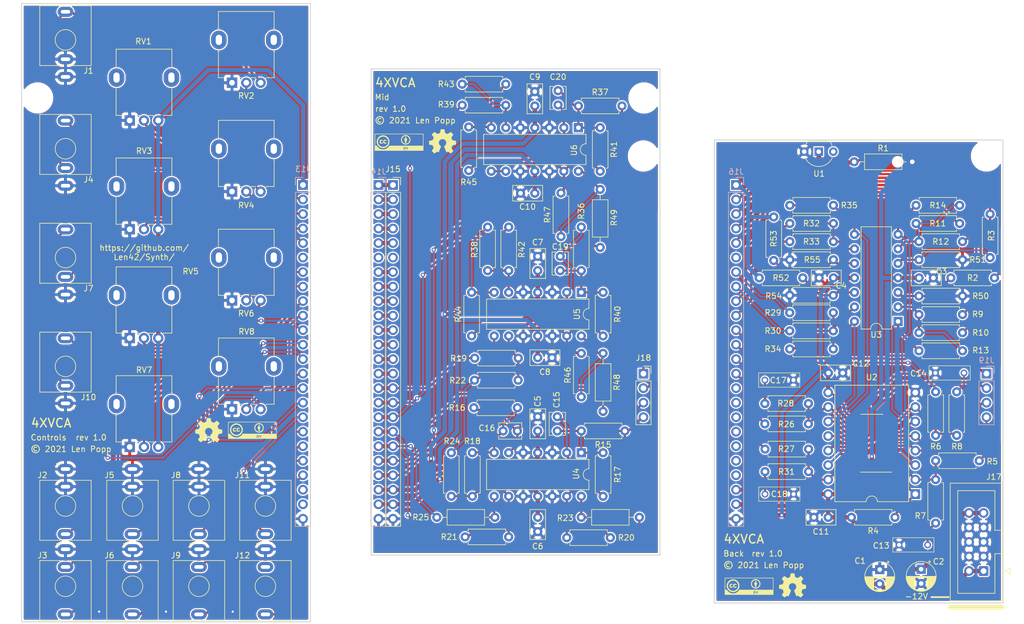
<source format=kicad_pcb>
(kicad_pcb (version 20211014) (generator pcbnew)
  (title_block (title "Eurorack 4XVCA Module") (date "2021-12-24") (rev "1.0") (company "Len Popp") (comment 1 "Copyright © 2021 Len Popp CC BY") (comment 2 "Board settings comply with requirements of OSH Park https://oshpark.com/") (comment 3 "Eurorack quad exponential VCA module - 10HP"))
  (layers (0 "F.Cu" signal) (31 "B.Cu" signal) (36 "B.SilkS" user "B.Silkscreen") (37 "F.SilkS" user "F.Silkscreen") (38 "B.Mask" user) (39 "F.Mask" user) (44 "Edge.Cuts" user))
  (net 0 "")
  (net 1 "+12V")
  (net 2 "GND")
  (net 3 "-12V")
  (net 4 "OUT-1")
  (net 5 "OUT-2")
  (net 6 "Net-(J1-PadT)")
  (net 7 "IN-1")
  (net 8 "OUT-1-NORMAL")
  (net 9 "IN-2")
  (net 10 "OUT-2-NORMAL")
  (net 11 "Net-(J10-PadTN)")
  (net 12 "IN-CV-2")
  (net 13 "IN-3")
  (net 14 "OUT-3")
  (net 15 "OUT-3-NORMAL")
  (net 16 "Net-(J10-PadT)")
  (net 17 "IN-4")
  (net 18 "OUT-4")
  (net 20 "LEVEL-1")
  (net 21 "CV-ATTEN-1")
  (net 22 "LEVEL-2")
  (net 23 "CV-ATTEN-2")
  (net 24 "LEVEL-3")
  (net 25 "CV-ATTEN-3")
  (net 26 "LEVEL-4")
  (net 27 "CV-ATTEN-4")
  (net 28 "Net-(C13-Pad1)")
  (net 29 "Net-(C14-Pad1)")
  (net 30 "Net-(C15-Pad1)")
  (net 31 "Net-(C16-Pad1)")
  (net 32 "Net-(C17-Pad1)")
  (net 33 "Net-(C18-Pad1)")
  (net 34 "Net-(C19-Pad1)")
  (net 35 "Net-(C20-Pad1)")
  (net 36 "+5VREF")
  (net 37 "Net-(R2-Pad2)")
  (net 38 "Net-(R5-Pad1)")
  (net 39 "Net-(R6-Pad1)")
  (net 40 "Net-(R10-Pad1)")
  (net 41 "Net-(R14-Pad1)")
  (net 42 "Net-(R18-Pad1)")
  (net 43 "Net-(R19-Pad1)")
  (net 44 "Net-(R20-Pad1)")
  (net 45 "Net-(R21-Pad1)")
  (net 46 "Net-(R22-Pad1)")
  (net 47 "Net-(R27-Pad1)")
  (net 48 "Net-(R35-Pad1)")
  (net 49 "Net-(R39-Pad1)")
  (net 50 "Net-(R40-Pad1)")
  (net 51 "Net-(R41-Pad1)")
  (net 52 "Net-(R42-Pad1)")
  (net 53 "Net-(R43-Pad1)")
  (net 54 "Net-(R47-Pad1)")
  (net 55 "Net-(R4-Pad1)")
  (net 56 "Net-(R11-Pad1)")
  (net 57 "Net-(R13-Pad1)")
  (net 58 "Net-(R17-Pad1)")
  (net 59 "Net-(R26-Pad1)")
  (net 60 "Net-(R29-Pad1)")
  (net 61 "Net-(R32-Pad1)")
  (net 62 "Net-(R34-Pad1)")
  (net 63 "Net-(R38-Pad1)")
  (net 64 "Net-(R46-Pad1)")
  (net 65 "SSI2164-OUT-1")
  (net 66 "SSI2164-OUT-2")
  (net 67 "SSI2164-OUT-3")
  (net 68 "SSI2164-OUT-4")
  (net 69 "Net-(U6-Pad8)")
  (net 81 "Net-(R3-Pad2)")
  (net 82 "Net-(R52-Pad2)")
  (net 83 "Net-(R53-Pad2)")
  (footprint "-lmp-synth:Jack_3.5mm_QingPu_WQP-PJ398SM_Vertical" (layer "F.Cu") (at 98 49.657 180)
    (fp_text reference "J1")
    (fp_text value "WQP-PJ398")
  )
  (footprint "-lmp-synth:Potentiometer_Alpha_RD901F-40-00D_Single_Vertical" (layer "F.Cu") (at 127.125 50.677 90)
    (fp_text reference "RV2")
    (fp_text value "100K")
  )
  (footprint "-lmp-synth:Potentiometer_Alpha_RD901F-40-00D_Single_Vertical" (layer "F.Cu") (at 127.125 69.727 90)
    (fp_text reference "RV4")
    (fp_text value "100K")
  )
  (footprint "-lmp-synth:Potentiometer_Alpha_RD901F-40-00D_Single_Vertical" (layer "F.Cu") (at 127.125 88.777 90)
    (fp_text reference "RV6")
    (fp_text value "100K")
  )
  (footprint "-lmp-synth:Potentiometer_Alpha_RD901F-40-00D_Single_Vertical" (layer "F.Cu") (at 127.125 107.827 90)
    (fp_text reference "RV8")
    (fp_text value "100K")
  )
  (footprint "-lmp-synth:Potentiometer_Alpha_RD901F-40-00D_Single_Vertical" (layer "F.Cu") (at 109.23 57.277 90)
    (fp_text reference "RV1")
    (fp_text value "100K")
  )
  (footprint "-lmp-synth:Potentiometer_Alpha_RD901F-40-00D_Single_Vertical" (layer "F.Cu") (at 109.23 95.377 90)
    (fp_text reference "RV5")
    (fp_text value "100K")
  )
  (footprint "-lmp-synth:Jack_3.5mm_QingPu_WQP-PJ398SM_Vertical" (layer "F.Cu") (at 98 118.2878)
    (fp_text reference "J2")
    (fp_text value "WQP-PJ398")
  )
  (footprint "-lmp-synth:Potentiometer_Alpha_RD901F-40-00D_Single_Vertical" (layer "F.Cu") (at 109.23 114.427 90)
    (fp_text reference "RV7")
    (fp_text value "100K")
  )
  (footprint "-lmp-misc:Logo_OSHW" (layer "F.Cu") (at 123.063 111.506)
    (fp_text reference "G4" hide)
    (fp_text value "Logo_OSHW" hide)
  )
  (footprint "-lmp-synth:Jack_3.5mm_QingPu_WQP-PJ398SM_Vertical" (layer "F.Cu") (at 98 132.334)
    (fp_text reference "J3")
    (fp_text value "WQP-PJ398")
  )
  (footprint "-lmp-synth:Jack_3.5mm_QingPu_WQP-PJ398SM_Vertical" (layer "F.Cu") (at 109.7175 118.2878)
    (fp_text reference "J5")
    (fp_text value "WQP-PJ398")
  )
  (footprint "-lmp-synth:Jack_3.5mm_QingPu_WQP-PJ398SM_Vertical" (layer "F.Cu") (at 121.3425 132.334)
    (fp_text reference "J9")
    (fp_text value "WQP-PJ398")
  )
  (footprint "-lmp-synth:Jack_3.5mm_QingPu_WQP-PJ398SM_Vertical" (layer "F.Cu") (at 98 106.807 180)
    (fp_text reference "J10")
    (fp_text value "WQP-PJ398")
  )
  (footprint "-lmp-synth:Jack_3.5mm_QingPu_WQP-PJ398SM_Vertical" (layer "F.Cu") (at 132.9675 118.2878)
    (fp_text reference "J11")
    (fp_text value "WQP-PJ398")
  )
  (footprint "-lmp-synth:Jack_3.5mm_QingPu_WQP-PJ398SM_Vertical" (layer "F.Cu") (at 132.9675 132.334)
    (fp_text reference "J12")
    (fp_text value "WQP-PJ398")
  )
  (footprint "Connector_PinSocket_2.54mm:PinSocket_1x24_P2.54mm_Vertical" (layer "F.Cu") (at 155.28 68.58)
    (fp_text reference "J15")
    (fp_text value "Conn_Socket_24")
  )
  (footprint "-lmp-misc:Logo_CC_BY" (layer "F.Cu") (at 130.683 111.506)
    (fp_text reference "G2" hide)
    (fp_text value "Logo_CC_BY" hide)
  )
  (footprint "-lmp-misc:C_Rect_Kemet_L7.2mm_W2.5mm_P5mm" (layer "F.Cu") (at 248.793 131.572 180)
    (fp_text reference "C13")
    (fp_text value "1N2" hide)
  )
  (footprint "-lmp-misc:C_Rect_Kemet_L7.2mm_W2.5mm_P5mm" (layer "F.Cu") (at 255.143 101.473 180)
    (fp_text reference "C14")
    (fp_text value "1N2" hide)
  )
  (footprint "-lmp-misc:C_Rect_Kemet_L7.2mm_W2.5mm_P5mm" (layer "F.Cu") (at 220.3196 102.7176)
    (fp_text reference "C17")
    (fp_text value "1N2" hide)
  )
  (footprint "-lmp-misc:C_Rect_Kemet_L7.2mm_W2.5mm_P5mm" (layer "F.Cu") (at 220.345 122.682)
    (fp_text reference "C18")
    (fp_text value "1N2" hide)
  )
  (footprint "Capacitor_THT:C_Disc_D3.8mm_W2.6mm_P2.50mm" (layer "F.Cu") (at 184.15 52.07 -90)
    (fp_text reference "C20")
    (fp_text value "100P")
  )
  (footprint "-lmp-misc:R_Axial_DIN0207_L6.3mm_D2.5mm_P7.62mm_Horizontal" (layer "F.Cu") (at 250.19 116.84)
    (fp_text reference "R5")
    (fp_text value "49K9")
  )
  (footprint "-lmp-misc:R_Axial_DIN0207_L6.3mm_D2.5mm_P7.62mm_Horizontal" (layer "F.Cu") (at 250.19 112.395 90)
    (fp_text reference "R6")
    (fp_text value "49K9")
  )
  (footprint "-lmp-misc:R_Axial_DIN0207_L6.3mm_D2.5mm_P7.62mm_Horizontal" (layer "F.Cu") (at 250.19 120.142 -90)
    (fp_text reference "R7")
    (fp_text value "220R")
  )
  (footprint "-lmp-misc:R_Axial_DIN0207_L6.3mm_D2.5mm_P7.62mm_Horizontal" (layer "F.Cu") (at 253.873 112.395 90)
    (fp_text reference "R8")
    (fp_text value "220R")
  )
  (footprint "-lmp-misc:R_Axial_DIN0207_L6.3mm_D2.5mm_P7.62mm_Horizontal" (layer "F.Cu") (at 247.269 91.2495)
    (fp_text reference "R9")
    (fp_text value "75K")
  )
  (footprint "-lmp-misc:R_Axial_DIN0207_L6.3mm_D2.5mm_P7.62mm_Horizontal" (layer "F.Cu") (at 247.269 94.4245)
    (fp_text reference "R10")
    (fp_text value "150K")
  )
  (footprint "-lmp-misc:R_Axial_DIN0207_L6.3mm_D2.5mm_P7.62mm_Horizontal" (layer "F.Cu") (at 246.761 75.311)
    (fp_text reference "R11")
    (fp_text value "75K")
  )
  (footprint "-lmp-misc:R_Axial_DIN0207_L6.3mm_D2.5mm_P7.62mm_Horizontal" (layer "F.Cu") (at 247.269 78.486)
    (fp_text reference "R12")
    (fp_text value "150K")
  )
  (footprint "-lmp-misc:R_Axial_DIN0207_L6.3mm_D2.5mm_P7.62mm_Horizontal" (layer "F.Cu") (at 247.269 97.5995)
    (fp_text reference "R13")
    (fp_text value "60K1")
  )
  (footprint "-lmp-misc:R_Axial_DIN0207_L6.3mm_D2.5mm_P7.62mm_Horizontal" (layer "F.Cu") (at 246.761 72.136)
    (fp_text reference "R14")
    (fp_text value "60K1")
  )
  (footprint "-lmp-misc:R_Axial_DIN0207_L6.3mm_D2.5mm_P7.62mm_Horizontal" (layer "F.Cu") (at 227.965 114.808 180)
    (fp_text reference "R27")
    (fp_text value "49K9")
  )
  (footprint "-lmp-misc:R_Axial_DIN0207_L6.3mm_D2.5mm_P7.62mm_Horizontal" (layer "F.Cu") (at 227.9396 106.8324 180)
    (fp_text reference "R28")
    (fp_text value "220R")
  )
  (footprint "-lmp-misc:R_Axial_DIN0207_L6.3mm_D2.5mm_P7.62mm_Horizontal" (layer "F.Cu") (at 232.283 90.932 180)
    (fp_text reference "R29")
    (fp_text value "75K")
  )
  (footprint "-lmp-misc:R_Axial_DIN0207_L6.3mm_D2.5mm_P7.62mm_Horizontal" (layer "F.Cu") (at 232.283 94.107 180)
    (fp_text reference "R30")
    (fp_text value "150K")
  )
  (footprint "-lmp-misc:R_Axial_DIN0207_L6.3mm_D2.5mm_P7.62mm_Horizontal" (layer "F.Cu") (at 227.965 118.745 180)
    (fp_text reference "R31")
    (fp_text value "220R")
  )
  (footprint "-lmp-misc:R_Axial_DIN0207_L6.3mm_D2.5mm_P7.62mm_Horizontal" (layer "F.Cu") (at 232.3084 75.311 180)
    (fp_text reference "R32")
    (fp_text value "75K")
  )
  (footprint "-lmp-misc:R_Axial_DIN0207_L6.3mm_D2.5mm_P7.62mm_Horizontal" (layer "F.Cu") (at 232.3084 78.486 180)
    (fp_text reference "R33")
    (fp_text value "150K")
  )
  (footprint "-lmp-misc:R_Axial_DIN0207_L6.3mm_D2.5mm_P7.62mm_Horizontal" (layer "F.Cu") (at 232.283 97.282 180)
    (fp_text reference "R34")
    (fp_text value "60K1")
  )
  (footprint "-lmp-misc:R_Axial_DIN0207_L6.3mm_D2.5mm_P7.62mm_Horizontal" (layer "F.Cu") (at 232.3084 72.136 180)
    (fp_text reference "R35")
    (fp_text value "60K1")
  )
  (footprint "-lmp-misc:R_Axial_DIN0207_L6.3mm_D2.5mm_P7.62mm_Horizontal" (layer "F.Cu") (at 187.706 54.737)
    (fp_text reference "R37")
    (fp_text value "20K")
  )
  (footprint "-lmp-misc:R_Axial_DIN0207_L6.3mm_D2.5mm_P7.62mm_Horizontal" (layer "F.Cu") (at 175.514 83.566 90)
    (fp_text reference "R38")
    (fp_text value "47K")
  )
  (footprint "-lmp-misc:R_Axial_DIN0207_L6.3mm_D2.5mm_P7.62mm_Horizontal" (layer "F.Cu") (at 175.006 54.61 180)
    (fp_text reference "R39")
    (fp_text value "47K")
  )
  (footprint "-lmp-misc:R_Axial_DIN0207_L6.3mm_D2.5mm_P7.62mm_Horizontal" (layer "F.Cu") (at 191.516 66.167 90)
    (fp_text reference "R41")
    (fp_text value "47K")
  )
  (footprint "-lmp-misc:R_Axial_DIN0207_L6.3mm_D2.5mm_P7.62mm_Horizontal" (layer "F.Cu") (at 175.006 50.927 180)
    (fp_text reference "R43")
    (fp_text value "47K")
  )
  (footprint "-lmp-misc:R_Axial_DIN0207_L6.3mm_D2.5mm_P7.62mm_Horizontal" (layer "F.Cu") (at 168.529 66.04 90)
    (fp_text reference "R45")
    (fp_text value "47K")
  )
  (footprint "-lmp-misc:R_Axial_DIN0207_L6.3mm_D2.5mm_P7.62mm_Horizontal" (layer "F.Cu") (at 184.658 77.597 90)
    (fp_text reference "R47")
    (fp_text value "47K")
  )
  (footprint "-lmp-misc:R_Axial_DIN0207_L6.3mm_D2.5mm_P10.16mm_Horizontal" (layer "F.Cu") (at 191.516 79.502 90)
    (fp_text reference "R49")
    (fp_text value "1K")
  )
  (footprint "Package_DIP:DIP-14_W7.62mm" (layer "F.Cu") (at 243.6114 92.456 180)
    (fp_text reference "U3")
    (fp_text value "TL074")
  )
  (footprint "-lmp-misc:CP_Radial_D5.0mm_P2.50mm" (layer "F.Cu") (at 240.411 135.89 -90)
    (fp_text reference "C1")
    (fp_text value "10U")
  )
  (footprint "-lmp-misc:CP_Radial_D5.0mm_P2.50mm" (layer "F.Cu") (at 247.65 135.827888 -90)
    (fp_text reference "C2")
    (fp_text value "10U")
  )
  (footprint "-lmp-misc:C_Disc_D5.0mm_W2.5mm_P2.50mm" (layer "F.Cu") (at 247.2944 84.836)
    (fp_text reference "C3")
    (fp_text value "100N")
  )
  (footprint "-lmp-misc:C_Disc_D5.0mm_W2.5mm_P2.50mm" (layer "F.Cu") (at 229.8084 84.836)
    (fp_text reference "C4")
    (fp_text value "100N")
  )
  (footprint "-lmp-misc:C_Disc_D5.0mm_W2.5mm_P2.50mm" (layer "F.Cu") (at 180.086 54.737 90)
    (fp_text reference "C9")
    (fp_text value "100N")
  )
  (footprint "-lmp-misc:C_Disc_D5.0mm_W2.5mm_P2.50mm" (layer "F.Cu") (at 177.586 70.017)
    (fp_text reference "C10")
    (fp_text value "100N")
  )
  (footprint "-lmp-misc:C_Disc_D5.0mm_W2.5mm_P2.50mm" (layer "F.Cu") (at 233.934 101.473 180)
    (fp_text reference "C12")
    (fp_text value "100N")
  )
  (footprint "-lmp-holes:MountingHole_PCB_3.2mm_M3" (layer "F.Cu") (at 93.124 53.34)
    (fp_text reference "H2" hide)
    (fp_text value "MountingHole_M3")
  )
  (footprint "-lmp-holes:MountingHole_PCB_3.2mm_M3" (layer "F.Cu") (at 199.079993 63.5)
    (fp_text reference "H7" hide)
    (fp_text value "MountingHole_M3")
  )
  (footprint "-lmp-synth:Jack_3.5mm_QingPu_WQP-PJ398SM_Vertical" (layer "F.Cu") (at 98 68.707 180)
    (fp_text reference "J4")
    (fp_text value "WQP-PJ398")
  )
  (footprint "-lmp-synth:Jack_3.5mm_QingPu_WQP-PJ398SM_Vertical" (layer "F.Cu") (at 109.7175 132.334)
    (fp_text reference "J6")
    (fp_text value "WQP-PJ398")
  )
  (footprint "-lmp-synth:Jack_3.5mm_QingPu_WQP-PJ398SM_Vertical" (layer "F.Cu") (at 121.3425 118.2878)
    (fp_text reference "J8")
    (fp_text value "WQP-PJ398")
  )
  (footprint "-lmp-synth:IDC-Header-Eurorack-10-TH" (layer "F.Cu") (at 258.572 136.144 180)
    (fp_text reference "J17")
    (fp_text value "Conn_Eurorack_10")
  )
  (footprint "-lmp-misc:R_Axial_DIN0207_L6.3mm_D2.5mm_P10.16mm_Horizontal" (layer "F.Cu") (at 235.9406 64.516)
    (fp_text reference "R1")
    (fp_text value "1K")
  )
  (footprint "-lmp-misc:R_Axial_DIN0207_L6.3mm_D2.5mm_P7.62mm_Horizontal" (layer "F.Cu") (at 243.078 126.746 180)
    (fp_text reference "R4")
    (fp_text value "12K")
  )
  (footprint "-lmp-synth:Potentiometer_Alpha_RD901F-40-00D_Single_Vertical" (layer "F.Cu") (at 109.23 76.327 90)
    (fp_text reference "RV3")
    (fp_text value "100K")
  )
  (footprint "-lmp-misc:TO-92-2_Wide" (layer "F.Cu") (at 232.283 62.738 180)
    (fp_text reference "U1")
    (fp_text value "LM4040")
  )
  (footprint "Package_DIP:DIP-14_W7.62mm" (layer "F.Cu") (at 187.706 58.547 -90)
    (fp_text reference "U6")
    (fp_text value "TL074")
  )
  (footprint "-lmp-misc:R_Axial_DIN0207_L6.3mm_D2.5mm_P7.62mm_Horizontal" (layer "F.Cu") (at 171.831 75.946 -90)
    (fp_text reference "R42")
    (fp_text value "47K")
  )
  (footprint "-lmp-synth:Jack_3.5mm_QingPu_WQP-PJ398SM_Vertical" (layer "F.Cu") (at 98 87.757 180)
    (fp_text reference "J7")
    (fp_text value "WQP-PJ398")
  )
  (footprint "-lmp-misc:C_Disc_D5.0mm_W2.5mm_P2.50mm" (layer "F.Cu") (at 231.394 126.746 180)
    (fp_text reference "C11")
    (fp_text value "100N")
  )
  (footprint "-lmp-breakout:Breakout_DIP-SOIC-16_W15.24mm" (layer "F.Cu") (at 246.634 122.682 180)
    (fp_text reference "U2")
    (fp_text value "SSI2164")
  )
  (footprint "-lmp-misc:R_Axial_DIN0207_L6.3mm_D2.5mm_P7.62mm_Horizontal" (layer "F.Cu") (at 227.9396 110.3884 180)
    (fp_text reference "R26")
    (fp_text value "49K9")
  )
  (footprint "-lmp-misc:R_Axial_DIN0207_L6.3mm_D2.5mm_P7.62mm_Horizontal" (layer "F.Cu") (at 193.294 130.302 180)
    (fp_text reference "R20")
    (fp_text value "47K")
  )
  (footprint "-lmp-misc:R_Axial_DIN0207_L6.3mm_D2.5mm_P10.16mm_Horizontal" (layer "F.Cu") (at 162.941 126.746)
    (fp_text reference "R25")
    (fp_text value "1K")
  )
  (footprint "-lmp-misc:R_Axial_DIN0207_L6.3mm_D2.5mm_P7.62mm_Horizontal" (layer "F.Cu") (at 167.894 130.175)
    (fp_text reference "R21")
    (fp_text value "47K")
  )
  (footprint "-lmp-misc:R_Axial_DIN0207_L6.3mm_D2.5mm_P7.62mm_Horizontal" (layer "F.Cu") (at 165.481 123.063 90)
    (fp_text reference "R24")
    (fp_text value "47K")
  )
  (footprint "-lmp-misc:R_Axial_DIN0207_L6.3mm_D2.5mm_P10.16mm_Horizontal" (layer "F.Cu") (at 198.374 126.746 180)
    (fp_text reference "R23")
    (fp_text value "1K")
  )
  (footprint "-lmp-misc:R_Axial_DIN0207_L6.3mm_D2.5mm_P7.62mm_Horizontal" (layer "F.Cu") (at 192.024 123.063 90)
    (fp_text reference "R17")
    (fp_text value "47K")
  )
  (footprint "-lmp-misc:R_Axial_DIN0207_L6.3mm_D2.5mm_P7.62mm_Horizontal" (layer "F.Cu") (at 169.164 123.063 90)
    (fp_text reference "R18")
    (fp_text value "47K")
  )
  (footprint "Capacitor_THT:C_Disc_D3.8mm_W2.6mm_P2.50mm" (layer "F.Cu") (at 184.023 111.633 90)
    (fp_text reference "C15")
    (fp_text value "100P")
  )
  (footprint "Capacitor_THT:C_Disc_D3.8mm_W2.6mm_P2.50mm" (layer "F.Cu") (at 174.538 111.633)
    (fp_text reference "C16")
    (fp_text value "100P")
  )
  (footprint "-lmp-misc:R_Axial_DIN0207_L6.3mm_D2.5mm_P7.62mm_Horizontal" (layer "F.Cu") (at 188.214 111.633)
    (fp_text reference "R15")
    (fp_text value "20K")
  )
  (footprint "-lmp-misc:R_Axial_DIN0207_L6.3mm_D2.5mm_P7.62mm_Horizontal" (layer "F.Cu") (at 177.038 107.569 180)
    (fp_text reference "R16")
    (fp_text value "20K")
  )
  (footprint "-lmp-misc:C_Disc_D5.0mm_W2.5mm_P2.50mm" (layer "F.Cu") (at 180.594 129.246 90)
    (fp_text reference "C6")
    (fp_text value "100N")
  )
  (footprint "-lmp-misc:C_Disc_D5.0mm_W2.5mm_P2.50mm" (layer "F.Cu") (at 180.594 111.633 90)
    (fp_text reference "C5")
    (fp_text value "100N")
  )
  (footprint "Package_DIP:DIP-14_W7.62mm" (layer "F.Cu") (at 188.214 115.443 -90)
    (fp_text reference "U4")
    (fp_text value "TL074")
  )
  (footprint "-lmp-misc:R_Axial_DIN0207_L6.3mm_D2.5mm_P7.62mm_Horizontal" (layer "F.Cu") (at 177.1904 98.8822 180)
    (fp_text reference "R19")
    (fp_text value "47K")
  )
  (footprint "-lmp-misc:R_Axial_DIN0207_L6.3mm_D2.5mm_P7.62mm_Horizontal" (layer "F.Cu") (at 169.545 102.743)
    (fp_text reference "R22")
    (fp_text value "47K")
  )
  (footprint "Capacitor_THT:C_Disc_D3.8mm_W2.6mm_P2.50mm" (layer "F.Cu") (at 184.531 83.566 90)
    (fp_text reference "C19")
    (fp_text value "100P")
  )
  (footprint "-lmp-misc:C_Disc_D5.0mm_W2.5mm_P2.50mm" (layer "F.Cu") (at 180.594 83.566 90)
    (fp_text reference "C7")
    (fp_text value "100N")
  )
  (footprint "-lmp-misc:C_Disc_D5.0mm_W2.5mm_P2.50mm" (layer "F.Cu") (at 183.094 98.806 180)
    (fp_text reference "C8")
    (fp_text value "100N")
  )
  (footprint "-lmp-misc:R_Axial_DIN0207_L6.3mm_D2.5mm_P7.62mm_Horizontal" (layer "F.Cu") (at 169.037 94.996 90)
    (fp_text reference "R44")
    (fp_text value "47K")
  )
  (footprint "-lmp-misc:R_Axial_DIN0207_L6.3mm_D2.5mm_P10.16mm_Horizontal" (layer "F.Cu") (at 192.024 108.204 90)
    (fp_text reference "R48")
    (fp_text value "1K")
  )
  (footprint "-lmp-misc:R_Axial_DIN0207_L6.3mm_D2.5mm_P7.62mm_Horizontal" (layer "F.Cu") (at 188.214 83.566 90)
    (fp_text reference "R36")
    (fp_text value "20K")
  )
  (footprint "-lmp-misc:R_Axial_DIN0207_L6.3mm_D2.5mm_P7.62mm_Horizontal" (layer "F.Cu") (at 188.214 105.664 90)
    (fp_text reference "R46")
    (fp_text value "47K")
  )
  (footprint "-lmp-misc:R_Axial_DIN0207_L6.3mm_D2.5mm_P7.62mm_Horizontal" (layer "F.Cu") (at 192.024 94.996 90)
    (fp_text reference "R40")
    (fp_text value "47K")
  )
  (footprint "Package_DIP:DIP-14_W7.62mm" (layer "F.Cu") (at 188.214 87.376 -90)
    (fp_text reference "U5")
    (fp_text value "TL074")
  )
  (footprint "-lmp-misc:Logo_CC_BY" (layer "F.Cu") (at 217.551 138.811)
    (fp_text reference "G2" hide)
    (fp_text value "Logo_CC_BY" hide)
  )
  (footprint "-lmp-misc:Logo_OSHW" (layer "F.Cu") (at 225.171 138.684)
    (fp_text reference "G4" hide)
    (fp_text value "Logo_OSHW" hide)
  )
  (footprint "-lmp-misc:Logo_OSHW" (layer "F.Cu") (at 163.957 60.96)
    (fp_text reference "G4" hide)
    (fp_text value "Logo_OSHW" hide)
  )
  (footprint "-lmp-misc:Logo_CC_BY" (layer "F.Cu") (at 156.337 61.087)
    (fp_text reference "G2" hide)
    (fp_text value "Logo_CC_BY" hide)
  )
  (footprint "-lmp-holes:MountingHole_PCB_3.2mm_M3" (layer "F.Cu") (at 259.08 63.5)
    (fp_text reference "H9" hide)
    (fp_text value "MountingHole_M3")
  )
  (footprint "-lmp-holes:MountingHole_PCB_3.2mm_M3" (layer "F.Cu") (at 199.176 53.34)
    (fp_text reference "H4" hide)
    (fp_text value "MountingHole_M3")
  )
  (footprint "-lmp-misc:R_Axial_DIN0207_L6.3mm_D2.5mm_P7.62mm_Horizontal" (layer "F.Cu") (at 247.269 88.011)
    (fp_text reference "R50")
    (fp_text value "11K")
  )
  (footprint "Connector_PinSocket_2.54mm:PinSocket_1x04_P2.54mm_Vertical" (layer "F.Cu") (at 199.079993 101.6)
    (fp_text reference "J18")
    (fp_text value "Conn_Socket_4")
  )
  (footprint "-lmp-misc:R_Axial_DIN0207_L6.3mm_D2.5mm_P7.62mm_Horizontal" (layer "F.Cu") (at 259.715 73.66 -90)
    (fp_text reference "R3")
    (fp_text value "25K5")
  )
  (footprint "-lmp-misc:R_Axial_DIN0207_L6.3mm_D2.5mm_P7.62mm_Horizontal" (layer "F.Cu") (at 219.329 84.836)
    (fp_text reference "R52")
    (fp_text value "25K5")
  )
  (footprint "-lmp-misc:R_Axial_DIN0207_L6.3mm_D2.5mm_P7.62mm_Horizontal" (layer "F.Cu") (at 232.3084 81.661 180)
    (fp_text reference "R55")
    (fp_text value "11K")
  )
  (footprint "-lmp-misc:R_Axial_DIN0207_L6.3mm_D2.5mm_P7.62mm_Horizontal" (layer "F.Cu") (at 232.283 87.884 180)
    (fp_text reference "R54")
    (fp_text value "11K")
  )
  (footprint "-lmp-misc:R_Axial_DIN0207_L6.3mm_D2.5mm_P7.62mm_Horizontal" (layer "F.Cu") (at 260.477 84.836 180)
    (fp_text reference "R2")
    (fp_text value "25K5")
  )
  (footprint "-lmp-misc:R_Axial_DIN0207_L6.3mm_D2.5mm_P7.62mm_Horizontal" (layer "F.Cu") (at 221.869 74.168 -90)
    (fp_text reference "R53")
    (fp_text value "25K5")
  )
  (footprint "-lmp-misc:R_Axial_DIN0207_L6.3mm_D2.5mm_P7.62mm_Horizontal" (layer "F.Cu") (at 247.269 81.661)
    (fp_text reference "R51")
    (fp_text value "11K")
  )
  (footprint "Connector_PinHeader_2.54mm:PinHeader_1x24_P2.54mm_Vertical" (layer "B.Cu") (at 215.28 68.58 180)
    (fp_text reference "J16")
    (fp_text value "Conn_Header_24")
  )
  (footprint "Connector_PinSocket_2.54mm:PinSocket_1x24_P2.54mm_Vertical" (layer "B.Cu") (at 139.536 68.58 180)
    (fp_text reference "J13")
    (fp_text value "Conn_Socket_24")
  )
  (footprint "Connector_PinHeader_2.54mm:PinHeader_1x24_P2.54mm_Vertical" (layer "B.Cu") (at 152.74 68.58 180)
    (fp_text reference "J14")
    (fp_text value "Conn_Header_24")
  )
  (footprint "Connector_PinHeader_2.54mm:PinHeader_1x04_P2.54mm_Vertical" (layer "B.Cu") (at 259.08 101.6 180)
    (fp_text reference "J19")
    (fp_text value "Conn_Header_4")
  )
  (gr_line (start 252.4661 140.716) (end 249.4379 140.716) (layer "F.SilkS") (width 0.3048))
  (gr_line (start 151.470004 133.35) (end 151.470004 48.26) (layer "Edge.Cuts") (width 0.1524))
  (gr_line (start 151.470004 48.26) (end 201.970005 48.26) (layer "Edge.Cuts") (width 0.1524))
  (gr_line (start 140.829995 36.83) (end 140.829995 145.034) (layer "Edge.Cuts") (width 0.1524))
  (gr_line (start 140.829995 145.034) (end 90.329995 145.034) (layer "Edge.Cuts") (width 0.1524))
  (gr_line (start 90.329995 36.83) (end 140.829995 36.83) (layer "Edge.Cuts") (width 0.1524))
  (gr_line (start 201.970005 133.35) (end 151.470004 133.35) (layer "Edge.Cuts") (width 0.1524))
  (gr_line (start 201.970005 48.26) (end 201.970005 133.35) (layer "Edge.Cuts") (width 0.1524))
  (gr_line (start 261.970012 141.732) (end 211.470011 141.732) (layer "Edge.Cuts") (width 0.1524))
  (gr_line (start 261.970012 60.706) (end 261.970012 141.732) (layer "Edge.Cuts") (width 0.1524))
  (gr_line (start 211.470011 60.706) (end 261.970012 60.706) (layer "Edge.Cuts") (width 0.1524))
  (gr_line (start 211.470011 141.732) (end 211.470011 60.706) (layer "Edge.Cuts") (width 0.1524))
  (gr_line (start 90.329995 145.034) (end 90.329995 36.83) (layer "Edge.Cuts") (width 0.1524))
  (gr_text "© 2021 Len Popp" (at 152.019 57.277) (layer "F.SilkS") (effects (font (size 1 1)) (justify left)))
  (gr_text "4XVCA" (at 152.019 50.673) (layer "F.SilkS") (effects (font (size 1.524 1.524) (thickness 0.2286)) (justify left)))
  (gr_text "-12V" (at 248.9299 140.589) (layer "F.SilkS") (effects (font (size 1 1)) (justify right)))
  (gr_text "4XVCA" (at 212.979 130.556) (layer "F.SilkS") (effects (font (size 1.524 1.524) (thickness 0.2286)) (justify left)))
  (gr_text "© 2021 Len Popp" (at 212.979 135.128) (layer "F.SilkS") (effects (font (size 1 1)) (justify left)))
  (gr_text "rev 1.0" (at 217.932 133.096) (layer "F.SilkS") (effects (font (size 1 1)) (justify left)))
  (gr_text "Mid" (at 152.019 53.213) (layer "F.SilkS") (effects (font (size 1 1)) (justify left)))
  (gr_text "© 2021 Len Popp" (at 91.821 114.808) (layer "F.SilkS") (effects (font (size 1 1)) (justify left)))
  (gr_text "rev 1.0" (at 99.695 112.776) (layer "F.SilkS") (effects (font (size 1 1)) (justify left)))
  (gr_text "4XVCA" (at 91.821 110.236) (layer "F.SilkS") (effects (font (size 1.524 1.524) (thickness 0.2286)) (justify left)))
  (gr_text "rev 1.0" (at 152.0698 55.245) (layer "F.SilkS") (effects (font (size 1 1)) (justify left)))
  (gr_text "Controls" (at 91.821 112.776) (layer "F.SilkS") (effects (font (size 1 1)) (justify left)))
  (gr_text "Back" (at 212.979 133.096) (layer "F.SilkS") (effects (font (size 1 1)) (justify left)))
  (gr_text "https://github.com/\nLen42/Synth/" (at 111.76 80.391) (layer "F.SilkS") (effects (font (size 1 1))))
  (segment (start 180.594 87.376) (end 180.594 83.566) (width 0.762) (layer "F.Cu") (net 1))
  (segment (start 239.014 116.078) (end 239.014 117.475) (width 0.762) (layer "F.Cu") (net 1))
  (segment (start 163.068 118.11) (end 159.258 121.92) (width 0.762) (layer "F.Cu") (net 1))
  (segment (start 247.839112 135.827888) (end 247.65 135.827888) (width 0.762) (layer "F.Cu") (net 1))
  (segment (start 239.014 118.999) (end 235.331 122.682) (width 0.762) (layer "F.Cu") (net 1))
  (segment (start 216.662 121.92) (end 215.28 121.92) (width 0.762) (layer "F.Cu") (net 1))
  (segment (start 231.394 126.746) (end 235.458 126.746) (width 0.762) (layer "F.Cu") (net 1))
  (segment (start 164.3634 91.186) (end 164.374985 91.197585) (width 0.762) (layer "F.Cu") (net 1))
  (segment (start 159.258 121.92) (end 155.28 121.92) (width 0.762) (layer "F.Cu") (net 1))
  (segment (start 247.65 135.827888) (end 244.158888 135.827888) (width 0.762) (layer "F.Cu") (net 1))
  (segment (start 231.394 122.682) (end 228.473 122.682) (width 0.762) (layer "F.Cu") (net 1))
  (segment (start 236.539 118.222) (end 238.999 118.222) (width 0.381) (layer "F.Cu") (net 1))
  (segment (start 161.925 117.256233) (end 162.778767 118.11) (width 0.762) (layer "F.Cu") (net 1))
  (segment (start 238.999 118.222) (end 239.014 118.237) (width 0.381) (layer "F.Cu") (net 1))
  (segment (start 244.158888 135.827888) (end 235.458 127.127) (width 0.762) (layer "F.Cu") (net 1))
  (segment (start 180.594 116.2304) (end 180.594 111.633) (width 0.762) (layer "F.Cu") (net 1))
  (segment (start 239.014 117.475) (end 239.014 118.237) (width 0.762) (layer "F.Cu") (net 1))
  (segment (start 258.572 125.984) (end 256.032 125.984) (width 0.762) (layer "F.Cu") (net 1))
  (segment (start 177.661415 91.197585) (end 180.594 88.265) (width 0.762) (layer "F.Cu") (net 1))
  (segment (start 180.086 58.547) (end 180.086 54.737) (width 0.762) (layer "F.Cu") (net 1))
  (segment (start 162.778767 118.11) (end 163.068 118.11) (width 0.762) (layer "F.Cu") (net 1))
  (segment (start 231.394 122.682) (end 231.394 126.746) (width 0.762) (layer "F.Cu") (net 1))
  (segment (start 161.925 116.459) (end 161.925 117.256233) (width 0.762) (layer "F.Cu") (net 1))
  (segment (start 164.374985 91.197585) (end 177.661415 91.197585) (width 0.762) (layer "F.Cu") (net 1))
  (segment (start 178.7144 118.11) (end 180.594 116.2304) (width 0.762) (layer "F.Cu") (net 1))
  (segment (start 255.27 125.984) (end 252.095 129.159) (width 0.762) (layer "F.Cu") (net 1))
  (segment (start 228.473 122.682) (end 226.441 124.714) (width 0.762) (layer "F.Cu") (net 1))
  (segment (start 180.594 88.265) (end 180.594 87.376) (width 0.762) (layer "F.Cu") (net 1))
  (segment (start 252.095 129.159) (end 252.095 131.572) (width 0.762) (layer "F.Cu") (net 1))
  (segment (start 256.032 125.984) (end 255.27 125.984) (width 0.762) (layer "F.Cu") (net 1))
  (segment (start 219.456 124.714) (end 216.662 121.92) (width 0.762) (layer "F.Cu") (net 1))
  (segment (start 155.28 121.92) (end 152.74 121.92) (width 0.762) (layer "F.Cu") (net 1))
  (segment (start 163.068 118.11) (end 178.7144 118.11) (width 0.762) (layer "F.Cu") (net 1))
  (segment (start 252.095 131.572) (end 247.839112 135.827888) (width 0.762) (layer "F.Cu") (net 1))
  (segment (start 235.331 122.682) (end 231.394 122.682) (width 0.762) (layer "F.Cu") (net 1))
  (segment (start 239.014 118.237) (end 239.014 118.999) (width 0.762) (layer "F.Cu") (net 1))
  (segment (start 243.6114 84.836) (end 247.2944 84.836) (width 0.762) (layer "F.Cu") (net 1))
  (segment (start 226.441 124.714) (end 219.456 124.714) (width 0.762) (layer "F.Cu") (net 1))
  (via (at 239.014 116.078) (size 0.762) (drill 0.381) (layers "F.Cu" "B.Cu") (net 1))
  (via (at 161.925 116.459) (size 0.762) (drill 0.381) (layers "F.Cu" "B.Cu") (net 1))
  (via (at 164.338 91.186) (size 0.762) (drill 0.381) (layers "F.Cu" "B.Cu") (net 1))
  (segment (start 161.925 114.0841) (end 164.338 111.6711) (width 0.762) (layer "B.Cu") (net 1))
  (segment (start 161.925 116.459) (end 161.925 114.0841) (width 0.762) (layer "B.Cu") (net 1))
  (segment (start 178.054 61.341) (end 180.086 59.309) (width 0.762) (layer "B.Cu") (net 1))
  (segment (start 167.64 61.341) (end 178.054 61.341) (width 0.762) (layer "B.Cu") (net 1))
  (segment (start 246.1006 64.516) (end 240.665 69.9516) (width 0.762) (layer "B.Cu") (net 1))
  (segment (start 164.338 111.6711) (end 164.338 110.236) (width 0.762) (layer "B.Cu") (net 1))
  (segment (start 164.338 110.236) (end 164.338 111.0742) (width 0.762) (layer "B.Cu") (net 1))
  (segment (start 240.665 106.299) (end 240.665 84.836) (width 0.762) (layer "B.Cu") (net 1))
  (segment (start 164.338 111.6711) (end 164.338 111.506) (width 0.762) (layer "B.Cu") (net 1))
  (segment (start 167.4368 61.341) (end 164.338 64.4398) (width 0.762) (layer "B.Cu") (net 1))
  (segment (start 243.6114 84.836) (end 240.665 84.836) (width 0.762) (layer "B.Cu") (net 1))
  (segment (start 239.014 107.95) (end 240.665 106.299) (width 0.762) (layer "B.Cu") (net 1))
  (segment (start 164.338 64.4398) (end 164.338 91.1606) (width 0.762) (layer "B.Cu") (net 1))
  (segment (start 239.014 116.078) (end 239.014 107.95) (width 0.762) (layer "B.Cu") (net 1))
  (segment (start 164.338 91.1606) (end 164.3634 91.186) (width 0.762) (layer "B.Cu") (net 1))
  (segment (start 240.665 84.836) (end 240.665 70.104) (width 0.762) (layer "B.Cu") (net 1))
  (segment (start 164.3634 91.186) (end 164.338 91.2114) (width 0.762) (layer "B.Cu") (net 1))
  (segment (start 164.338 91.2114) (end 164.338 111.633) (width 0.762) (layer "B.Cu") (net 1))
  (segment (start 240.665 69.9516) (end 240.665 70.104) (width 0.762) (layer "B.Cu") (net 1))
  (via (at 127.254 143.256) (size 0.762) (drill 0.381) (layers "F.Cu" "B.Cu") (net 2))
  (via (at 103.886 143.256) (size 0.762) (drill 0.381) (layers "F.Cu" "B.Cu") (net 2))
  (via (at 115.57 143.256) (size 0.762) (drill 0.381) (layers "F.Cu" "B.Cu") (net 2))
  (segment (start 180.594 126.746) (end 180.594 123) (width 0.762) (layer "F.Cu") (net 3))
  (segment (start 180.594 98.806) (end 180.594 94.996) (width 0.762) (layer "F.Cu") (net 3))
  (segment (start 242.029 140.001) (end 242.022 140.001) (width 0.762) (layer "F.Cu") (net 3))
  (segment (start 232.3084 84.836) (end 235.9914 84.836) (width 0.762) (layer "F.Cu") (net 3))
  (segment (start 167.513 120.015) (end 178.054 120.015) (width 0.762) (layer "F.Cu") (net 3))
  (segment (start 231.902 104.902) (end 231.394 104.902) (width 0.381) (layer "F.Cu") (net 3))
  (segment (start 235.799 138.39) (end 223.774 126.365) (width 0.762) (layer "F.Cu") (net 3))
  (segment (start 163.449 120.015) (end 163.322 120.015) (width 0.762) (layer "F.Cu") (net 3))
  (segment (start 217.8304 126.0856) (end 216.2048 124.46) (width 0.762) (layer "F.Cu") (net 3))
  (segment (start 242.483 140.462) (end 242.022 140.001) (width 0.762) (layer "F.Cu") (net 3))
  (segment (start 163.322 120.015) (end 158.877 124.46) (width 0.762) (layer "F.Cu") (net 3))
  (segment (start 231.394 104.902) (end 231.394 100.711) (width 0.762) (layer "F.Cu") (net 3))
  (segment (start 158.877 124.46) (end 155.28 124.46) (width 0.762) (layer "F.Cu") (net 3))
  (segment (start 155.28 124.46) (end 152.74 124.46) (width 0.762) (layer "F.Cu") (net 3))
  (segment (start 223.266 126.365) (end 218.1098 126.365) (width 0.762) (layer "F.Cu") (net 3))
  (segment (start 251.714 140.462) (end 242.483 140.462) (width 0.762) (layer "F.Cu") (net 3))
  (segment (start 235.443 109.332) (end 234.188 108.077) (width 0.381) (layer "F.Cu") (net 3))
  (segment (start 234.188 107.188) (end 231.902 104.902) (width 0.381) (layer "F.Cu") (net 3))
  (segment (start 236.539 109.332) (end 235.443 109.332) (width 0.381) (layer "F.Cu") (net 3))
  (segment (start 234.188 108.077) (end 234.188 107.188) (width 0.381) (layer "F.Cu") (net 3))
  (segment (start 256.032 136.144) (end 251.714 140.462) (width 0.762) (layer "F.Cu") (net 3))
  (segment (start 216.2048 124.46) (end 215.28 124.46) (width 0.762) (layer "F.Cu") (net 3))
  (segment (start 242.022 140.001) (end 240.411 138.39) (width 0.762) (layer "F.Cu") (net 3))
  (segment (start 180.086 66.167) (end 180.086 70.017) (width 0.762) (layer "F.Cu") (net 3))
  (segment (start 218.1098 126.365) (end 217.8304 126.0856) (width 0.762) (layer "F.Cu") (net 3))
  (segment (start 178.054 120.015) (end 180.594 122.555) (width 0.762) (layer "F.Cu") (net 3))
  (segment (start 163.449 120.015) (end 167.513 120.015) (width 0.762) (layer "F.Cu") (net 3))
  (segment (start 258.572 136.144) (end 256.032 136.144) (width 0.762) (layer "F.Cu") (net 3))
  (segment (start 240.411 138.39) (end 235.799 138.39) (width 0.762) (layer "F.Cu") (net 3))
  (segment (start 223.774 126.365) (end 223.266 126.365) (width 0.762) (layer "F.Cu") (net 3))
  (via (at 223.266 126.365) (size 0.762) (drill 0.381) (layers "F.Cu" "B.Cu") (net 3))
  (via (at 163.449 120.015) (size 0.762) (drill 0.381) (layers "F.Cu" "B.Cu") (net 3))
  (segment (start 223.266 126.365) (end 223.266 108.4072) (width 0.762) (layer "B.Cu") (net 3))
  (segment (start 177.8 63.373) (end 180.086 65.659) (width 0.762) (layer "B.Cu") (net 3))
  (segment (start 230.0986 99.6042) (end 231.3832 100.8888) (width 0.762) (layer "B.Cu") (net 3))
  (segment (start 223.266 108.4072) (end 230.7336 100.9396) (width 0.762) (layer "B.Cu") (net 3))
  (segment (start 180.594 94.107) (end 178.689 92.202) (width 0.762) (layer "B.Cu") (net 3))
  (segment (start 230.0986 95.5294) (end 230.0986 99.6042) (width 0.762) (layer "B.Cu") (net 3))
  (segment (start 180.594 94.996) (end 180.594 94.107) (width 0.762) (layer "B.Cu") (net 3))
  (segment (start 178.689 92.202) (end 166.497 92.202) (width 0.762) (layer "B.Cu") (net 3))
  (segment (start 230.7336 100.9396) (end 231.434 100.9396) (width 0.762) (layer "B.Cu") (net 3))
  (segment (start 166.497 65.024) (end 166.751 64.77) (width 0.762) (layer "B.Cu") (net 3))
  (segment (start 166.497 92.456) (end 166.497 75.311) (width 0.762) (layer "B.Cu") (net 3))
  (segment (start 230.0986 95.5294) (end 230.0986 87.4522) (width 0.762) (layer "B.Cu") (net 3))
  (segment (start 166.497 75.311) (end 166.497 65.024) (width 0.762) (layer "B.Cu") (net 3))
  (segment (start 166.497 111.76) (end 163.449 114.808) (width 0.762) (layer "B.Cu") (net 3))
  (segment (start 166.497 92.202) (end 166.497 111.76) (width 0.762) (layer "B.Cu") (net 3))
  (segment (start 230.0986 87.4522) (end 232.3084 85.2424) (width 0.762) (layer "B.Cu") (net 3))
  (segment (start 168.148 63.373) (end 177.8 63.373) (width 0.762) (layer "B.Cu") (net 3))
  (segment (start 163.449 114.808) (end 163.449 120.015) (width 0.762) (layer "B.Cu") (net 3))
  (segment (start 166.751 64.77) (end 168.148 63.373) (width 0.762) (layer "B.Cu") (net 3))
  (segment (start 163.449 131.953) (end 194.29837 131.953) (width 0.381) (layer "F.Cu") (net 4))
  (segment (start 194.29837 131.953) (end 198.374 127.87737) (width 0.381) (layer "F.Cu") (net 4))
  (segment (start 155.28 111.76) (end 152.74 111.76) (width 0.762) (layer "F.Cu") (net 4))
  (segment (start 134.112 136.906) (end 135.19149 135.82651) (width 0.381) (layer "F.Cu") (net 4))
  (segment (start 111.101002 141.605) (end 112.047363 140.658639) (width 0.381) (layer "F.Cu") (net 4))
  (segment (start 100.965 141.605) (end 111.101002 141.605) (width 0.381) (layer "F.Cu") (net 4))
  (segment (start 135.19149 114.87151) (end 138.303 111.76) (width 0.381) (layer "F.Cu") (net 4))
  (segment (start 131.445 136.906) (end 134.112 136.906) (width 0.381) (layer "F.Cu") (net 4))
  (segment (start 112.047363 140.658639) (end 127.692361 140.658639) (width 0.381) (layer "F.Cu") (net 4))
  (segment (start 198.374 127.87737) (end 198.374 126.746) (width 0.381) (layer "F.Cu") (net 4))
  (segment (start 138.303 111.76) (end 139.536 111.76) (width 0.381) (layer "F.Cu") (net 4))
  (segment (start 98.836 143.734) (end 100.965 141.605) (width 0.381) (layer "F.Cu") (net 4))
  (segment (start 135.19149 135.82651) (end 135.19149 114.87151) (width 0.381) (layer "F.Cu") (net 4))
  (segment (start 127.692361 140.658639) (end 131.445 136.906) (width 0.381) (layer "F.Cu") (net 4))
  (segment (start 157.861 126.365) (end 163.449 131.953) (width 0.381) (layer "F.Cu") (net 4))
  (via (at 157.861 126.365) (size 0.762) (drill 0.381) (layers "F.Cu" "B.Cu") (net 4))
  (segment (start 157.861 116.205) (end 156.972 115.316) (width 0.381) (layer "B.Cu") (net 4))
  (segment (start 157.861 126.365) (end 157.861 116.205) (width 0.381) (layer "B.Cu") (net 4))
  (segment (start 156.972 115.316) (end 156.972 113.452) (width 0.381) (layer "B.Cu") (net 4))
  (segment (start 156.972 113.452) (end 155.28 111.76) (width 0.381) (layer "B.Cu") (net 4))
  (segment (start 136.144 138.557) (end 136.144 116.967) (width 0.381) (layer "F.Cu") (net 5))
  (segment (start 152.74 114.3) (end 155.28 114.3) (width 0.762) (layer "F.Cu") (net 5))
  (segment (start 138.811 114.3) (end 139.536 114.3) (width 0.381) (layer "F.Cu") (net 5))
  (segment (start 109.7175 143.734) (end 111.028 143.734) (width 0.381) (layer "F.Cu") (net 5))
  (segment (start 133.223 141.478) (end 136.144 138.557) (width 0.381) (layer "F.Cu") (net 5))
  (segment (start 136.144 116.967) (end 138.811 114.3) (width 0.381) (layer "F.Cu") (net 5))
  (segment (start 158.369 114.3) (end 155.28 114.3) (width 0.381) (layer "F.Cu") (net 5))
  (segment (start 113.284 141.478) (end 133.223 141.478) (width 0.381) (layer "F.Cu") (net 5))
  (segment (start 111.028 143.734) (end 113.284 141.478) (width 0.381) (layer "F.Cu") (net 5))
  (via (at 158.369 114.3) (size 0.762) (drill 0.381) (layers "F.Cu" "B.Cu") (net 5))
  (segment (start 159.385 115.316) (end 159.385 123.19) (width 0.381) (layer "B.Cu") (net 5))
  (segment (start 158.369 114.3) (end 159.385 115.316) (width 0.381) (layer "B.Cu") (net 5))
  (segment (start 159.385 123.19) (end 162.941 126.746) (width 0.381) (layer "B.Cu") (net 5))
  (segment (start 96.52 51.816) (end 96.52 55.626) (width 0.381) (layer "F.Cu") (net 6))
  (segment (start 95.631 63.238) (end 98 65.607) (width 0.381) (layer "F.Cu") (net 6))
  (segment (start 96.52 55.626) (end 95.631 56.515) (width 0.381) (layer "F.Cu") (net 6))
  (segment (start 95.377 40.88) (end 95.377 50.673) (width 0.381) (layer "F.Cu") (net 6))
  (segment (start 95.631 56.515) (end 95.631 63.238) (width 0.381) (layer "F.Cu") (net 6))
  (segment (start 128.016 46.355) (end 107.188 46.355) (width 0.381) (layer "F.Cu") (net 6))
  (segment (start 107.188 46.355) (end 99.09 38.257) (width 0.381) (layer "F.Cu") (net 6))
  (segment (start 99.09 38.257) (end 98 38.257) (width 0.381) (layer "F.Cu") (net 6))
  (segment (start 98 38.257) (end 95.377 40.88) (width 0.381) (layer "F.Cu") (net 6))
  (segment (start 132.125 50.677) (end 132.125 50.464) (width 0.381) (layer "F.Cu") (net 6))
  (segment (start 132.125 50.464) (end 128.016 46.355) (width 0.381) (layer "F.Cu") (net 6))
  (segment (start 95.377 50.673) (end 96.52 51.816) (width 0.381) (layer "F.Cu") (net 6))
  (segment (start 220.233 98.933) (end 215.3308 94.0308) (width 0.381) (layer "F.Cu") (net 7))
  (segment (start 107.188 110.49) (end 107.188 120.904) (width 0.381) (layer "F.Cu") (net 7))
  (segment (start 242.062 98.425) (end 241.554 98.933) (width 0.381) (layer "F.Cu") (net 7))
  (segment (start 257.81 116.84) (end 260.985 113.665) (width 0.381) (layer "F.Cu") (net 7))
  (segment (start 125.349 92.329) (end 107.188 110.49) (width 0.381) (layer "F.Cu") (net 7))
  (segment (start 155.28 93.98) (end 152.74 93.98) (width 0.762) (layer "F.Cu") (net 7))
  (segment (start 107.188 120.904) (end 98.4042 129.6878) (width 0.381) (layer "F.Cu") (net 7))
  (segment (start 241.554 98.933) (end 220.233 98.933) (width 0.381) (layer "F.Cu") (net 7))
  (segment (start 259.588 99.06) (end 246.507 99.06) (width 0.381) (layer "F.Cu") (net 7))
  (segment (start 260.985 100.457) (end 259.588 99.06) (width 0.381) (layer "F.Cu") (net 7))
  (segment (start 260.985 113.665) (end 260.985 100.457) (width 0.381) (layer "F.Cu") (net 7))
  (segment (start 245.872 98.425) (end 242.062 98.425) (width 0.381) (layer "F.Cu") (net 7))
  (segment (start 132.212 92.329) (end 125.349 92.329) (width 0.381) (layer "F.Cu") (net 7))
  (segment (start 246.507 99.06) (end 245.872 98.425) (width 0.381) (layer "F.Cu") (net 7))
  (via (at 132.212 92.329) (size 0.762) (drill 0.381) (layers "F.Cu" "B.Cu") (net 7))
  (segment (start 132.212 92.329) (end 137.541 92.329) (width 0.381) (layer "B.Cu") (net 7))
  (segment (start 137.541 92.329) (end 139.192 93.98) (width 0.381) (layer "B.Cu") (net 7))
  (segment (start 152.74 104.14) (end 155.28 104.14) (width 0.762) (layer "F.Cu") (net 8))
  (segment (start 121.412002 111.531398) (end 121.412002 105.537) (width 0.381) (layer "F.Cu") (net 8))
  (segment (start 98.5 135.434) (end 106.553 127.381) (width 0.381) (layer "F.Cu") (net 8))
  (segment (start 166.7002 98.8822) (end 161.4424 104.14) (width 0.381) (layer "F.Cu") (net 8))
  (segment (start 113.792 124.333) (end 113.792 119.1514) (width 0.381) (layer "F.Cu") (net 8))
  (segment (start 110.744 127.381) (end 113.792 124.333) (width 0.381) (layer "F.Cu") (net 8))
  (segment (start 106.553 127.381) (end 110.744 127.381) (width 0.381) (layer "F.Cu") (net 8))
  (segment (start 161.4424 104.14) (end 155.28 104.14) (width 0.381) (layer "F.Cu") (net 8))
  (segment (start 169.5704 98.8822) (end 166.7002 98.8822) (width 0.381) (layer "F.Cu") (net 8))
  (segment (start 113.792 119.1514) (end 121.412002 111.531398) (width 0.381) (layer "F.Cu") (net 8))
  (via (at 121.412002 105.537) (size 0.762) (drill 0.381) (layers "F.Cu" "B.Cu") (net 8))
  (segment (start 139.4852 104.1908) (end 122.758202 104.1908) (width 0.381) (layer "B.Cu") (net 8))
  (segment (start 122.758202 104.1908) (end 121.412002 105.537) (width 0.381) (layer "B.Cu") (net 8))
  (segment (start 245.364 99.695) (end 218.455 99.695) (width 0.381) (layer "F.Cu") (net 9))
  (segment (start 115.57 124.587) (end 110.4692 129.6878) (width 0.381) (layer "F.Cu") (net 9))
  (segment (start 218.455 99.695) (end 215.28 96.52) (width 0.381) (layer "F.Cu") (net 9))
  (segment (start 122.809 111.7854) (end 115.57 119.0244) (width 0.381) (layer "F.Cu") (net 9))
  (segment (start 152.74 96.52) (end 155.28 96.52) (width 0.762) (layer "F.Cu") (net 9))
  (segment (start 132.588 96.266) (end 122.809 106.045) (width 0.381) (layer "F.Cu") (net 9))
  (segment (start 115.57 119.0244) (end 115.57 124.587) (width 0.381) (layer "F.Cu") (net 9))
  (segment (start 122.809 106.045) (end 122.809 111.7854) (width 0.381) (layer "F.Cu") (net 9))
  (segment (start 110.4692 129.6878) (end 109.7175 129.6878) (width 0.381) (layer "F.Cu") (net 9))
  (via (at 132.588 96.266) (size 0.762) (drill 0.381) (layers "F.Cu" "B.Cu") (net 9))
  (via (at 245.364 99.695) (size 0.762) (drill 0.381) (layers "F.Cu" "B.Cu") (net 9))
  (segment (start 245.745 99.695) (end 250.19 104.14) (width 0.381) (layer "B.Cu") (net 9))
  (segment (start 132.588 96.266) (end 139.282 96.266) (width 0.381) (layer "B.Cu") (net 9))
  (segment (start 250.19 104.14) (end 250.19 104.775) (width 0.381) (layer "B.Cu") (net 9))
  (segment (start 245.364 99.695) (end 245.745 99.695) (width 0.381) (layer "B.Cu") (net 9))
  (segment (start 117.475 118.745) (end 117.475 128.143) (width 0.381) (layer "F.Cu") (net 10))
  (segment (start 123.063 113.157) (end 117.475 118.745) (width 0.381) (layer "F.Cu") (net 10))
  (segment (start 155.28 106.68) (end 152.74 106.68) (width 0.762) (layer "F.Cu") (net 10))
  (segment (start 158.75 106.68) (end 155.28 106.68) (width 0.381) (layer "F.Cu") (net 10))
  (segment (start 117.475 128.143) (end 110.184 135.434) (width 0.381) (layer "F.Cu") (net 10))
  (segment (start 173.608999 77.851001) (end 175.514 75.946) (width 0.381) (layer "F.Cu") (net 10))
  (segment (start 160.5026 84.3026) (end 160.5534 84.3026) (width 0.381) (layer "F.Cu") (net 10))
  (segment (start 159.512 105.918) (end 158.75 106.68) (width 0.381) (layer "F.Cu") (net 10))
  (segment (start 167.004999 77.851001) (end 173.608999 77.851001) (width 0.381) (layer "F.Cu") (net 10))
  (segment (start 160.5534 84.3026) (end 167.004999 77.851001) (width 0.381) (layer "F.Cu") (net 10))
  (via (at 123.063 113.157) (size 0.762) (drill 0.381) (layers "F.Cu" "B.Cu") (net 10))
  (via (at 160.5026 84.3026) (size 0.762) (drill 0.381) (layers "F.Cu" "B.Cu") (net 10))
  (via (at 159.512 105.918) (size 0.762) (drill 0.381) (layers "F.Cu" "B.Cu") (net 10))
  (segment (start 159.512 105.918) (end 160.528 104.902) (width 0.381) (layer "B.Cu") (net 10))
  (segment (start 160.5026 84.3026) (end 160.528 84.328) (width 0.381) (layer "B.Cu") (net 10))
  (segment (start 160.528 84.328) (end 160.528 104.902) (width 0.381) (layer "B.Cu") (net 10))
  (segment (start 138.811 106.68) (end 139.536 106.68) (width 0.381) (layer "B.Cu") (net 10))
  (segment (start 132.334 113.157) (end 138.811 106.68) (width 0.381) (layer "B.Cu") (net 10))
  (segment (start 123.063 113.157) (end 132.334 113.157) (width 0.381) (layer "B.Cu") (net 10))
  (segment (start 98 103.707) (end 95.6056 101.3126) (width 0.381) (layer "F.Cu") (net 11))
  (segment (start 124.46 90.932) (end 130.6372 90.932) (width 0.381) (layer "F.Cu") (net 11))
  (segment (start 108.0262 98.425) (end 116.967 98.425) (width 0.381) (layer "F.Cu") (net 11))
  (segment (start 95.6056 91.4654) (end 101.0666 91.4654) (width 0.381) (layer "F.Cu") (net 11))
  (segment (start 116.967 98.425) (end 124.46 90.932) (width 0.381) (layer "F.Cu") (net 11))
  (segment (start 130.6372 90.932) (end 132.125 89.4442) (width 0.381) (layer "F.Cu") (net 11))
  (segment (start 101.0666 91.4654) (end 108.0262 98.425) (width 0.381) (layer "F.Cu") (net 11))
  (segment (start 95.6056 78.7514) (end 98 76.357) (width 0.381) (layer "F.Cu") (net 11))
  (segment (start 95.6056 91.4654) (end 95.6056 78.7514) (width 0.381) (layer "F.Cu") (net 11))
  (segment (start 95.6056 101.3126) (end 95.6056 91.4654) (width 0.381) (layer "F.Cu") (net 11))
  (segment (start 100.674 59.981) (end 98 57.307) (width 0.381) (layer "F.Cu") (net 12))
  (segment (start 114.427 65.913) (end 114.722 65.913) (width 0.381) (layer "F.Cu") (net 12))
  (segment (start 100.584 60.96) (end 101.1185 60.4255) (width 0.381) (layer "F.Cu") (net 12))
  (segment (start 100.584 61.087) (end 100.584 82.677) (width 0.381) (layer "F.Cu") (net 12))
  (segment (start 101.1185 60.4255) (end 100.674 59.981) (width 0.381) (layer "F.Cu") (net 12))
  (segment (start 100.584 61.087) (end 100.584 60.96) (width 0.381) (layer "F.Cu") (net 12))
  (segment (start 106.606 65.913) (end 101.1185 60.4255) (width 0.381) (layer "F.Cu") (net 12))
  (segment (start 100.584 82.677) (end 100.33 82.931) (width 0.381) (layer "F.Cu") (net 12))
  (segment (start 113.919 65.913) (end 106.606 65.913) (width 0.381) (layer "F.Cu") (net 12))
  (segment (start 128.311 65.913) (end 114.722 65.913) (width 0.381) (layer "F.Cu") (net 12))
  (segment (start 132.125 69.727) (end 128.311 65.913) (width 0.381) (layer "F.Cu") (net 12))
  (segment (start 113.919 65.913) (end 114.427 65.913) (width 0.381) (layer "F.Cu") (net 12))
  (segment (start 98.696 84.565) (end 98.696 84.657) (width 0.381) (layer "F.Cu") (net 12))
  (segment (start 100.33 82.931) (end 98.696 84.565) (width 0.381) (layer "F.Cu") (net 12))
  (segment (start 124.206 126.8243) (end 121.3425 129.6878) (width 0.381) (layer "F.Cu") (net 13))
  (segment (start 132.715 97.79) (end 124.206 106.299) (width 0.381) (layer "F.Cu") (net 13))
  (segment (start 132.842 97.79) (end 132.715 97.79) (width 0.381) (layer "F.Cu") (net 13))
  (segment (start 124.206 106.299) (end 124.206 126.8243) (width 0.381) (layer "F.Cu") (net 13))
  (segment (start 155.28 99.06) (end 152.74 99.06) (width 0.762) (layer "F.Cu") (net 13))
  (segment (start 218.6432 108.712) (end 220.3196 110.3884) (width 0.381) (layer "F.Cu") (net 13))
  (segment (start 218.6432 102.4232) (end 218.6432 108.712) (width 0.381) (layer "F.Cu") (net 13))
  (segment (start 215.28 99.06) (end 218.6432 102.4232) (width 0.381) (layer "F.Cu") (net 13))
  (via (at 132.842 97.79) (size 0.762) (drill 0.381) (layers "F.Cu" "B.Cu") (net 13))
  (segment (start 138.4115 97.79) (end 139.536 98.9145) (width 0.381) (layer "B.Cu") (net 13))
  (segment (start 132.842 97.79) (end 138.4115 97.79) (width 0.381) (layer "B.Cu") (net 13))
  (segment (start 123.952 142.24) (end 134.3025 142.24) (width 0.381) (layer "F.Cu") (net 14))
  (segment (start 122.458 143.734) (end 123.952 142.24) (width 0.381) (layer "F.Cu") (net 14))
  (segment (start 178.181 105.156) (end 166.9415 105.156) (width 0.381) (layer "F.Cu") (net 14))
  (segment (start 166.9415 105.156) (end 160.528 111.5695) (width 0.381) (layer "F.Cu") (net 14))
  (segment (start 179.451 103.886) (end 178.181 105.156) (width 0.381) (layer "F.Cu") (net 14))
  (segment (start 137.033 118.237) (end 138.43 116.84) (width 0.381) (layer "F.Cu") (net 14))
  (segment (start 138.43 116.84) (end 139.536 116.84) (width 0.381) (layer "F.Cu") (net 14))
  (segment (start 192.024 106.934) (end 188.976 103.886) (width 0.381) (layer "F.Cu") (net 14))
  (segment (start 188.976 103.886) (end 179.451 103.886) (width 0.381) (layer "F.Cu") (net 14))
  (segment (start 155.28 116.84) (end 152.74 116.84) (width 0.762) (layer "F.Cu") (net 14))
  (segment (start 192.024 108.204) (end 192.024 106.934) (width 0.381) (layer "F.Cu") (net 14))
  (segment (start 160.528 114.2365) (end 157.9245 116.84) (width 0.381) (layer "F.Cu") (net 14))
  (segment (start 134.3025 142.24) (end 137.033 139.5095) (width 0.381) (layer "F.Cu") (net 14))
  (segment (start 160.528 111.5695) (end 160.528 114.2365) (width 0.381) (layer "F.Cu") (net 14))
  (segment (start 137.033 139.5095) (end 137.033 118.237) (width 0.381) (layer "F.Cu") (net 14))
  (segment (start 157.9245 116.84) (end 155.28 116.84) (width 0.381) (layer "F.Cu") (net 14))
  (segment (start 167.386 54.61) (end 158.242 63.754) (width 0.381) (layer "F.Cu") (net 15))
  (segment (start 152.74 109.22) (end 155.28 109.22) (width 0.762) (layer "F.Cu") (net 15))
  (segment (start 129.159 127.889) (end 125.2855 131.7625) (width 0.381) (layer "F.Cu") (net 15))
  (segment (start 158.242 63.754) (end 158.242 65.659) (width 0.381) (layer "F.Cu") (net 15))
  (segment (start 129.159 118.618) (end 129.159 127.889) (width 0.381) (layer "F.Cu") (net 15))
  (segment (start 121.614 135.434) (end 125.2855 131.7625) (width 0.381) (layer "F.Cu") (net 15))
  (via (at 129.159 118.618) (size 0.762) (drill 0.381) (layers "F.Cu" "B.Cu") (net 15))
  (via (at 158.242 65.659) (size 0.762) (drill 0.381) (layers "F.Cu" "B.Cu") (net 15))
  (segment (start 155.28 109.22) (end 156.0068 109.22) (width 0.381) (layer "B.Cu") (net 15))
  (segment (start 156.0068 109.22) (end 158.242 106.9848) (width 0.381) (layer "B.Cu") (net 15))
  (segment (start 138.6078 109.22) (end 132.8928 114.935) (width 0.381) (layer "B.Cu") (net 15))
  (segment (start 139.536 109.22) (end 138.6078 109.22) (width 0.381) (layer "B.Cu") (net 15))
  (segment (start 132.8928 114.935) (end 132.842 114.935) (width 0.381) (layer "B.Cu") (net 15))
  (segment (start 158.242 106.9848) (end 158.242 65.659) (width 0.381) (layer "B.Cu") (net 15))
  (segment (start 132.842 114.935) (end 129.159 118.618) (width 0.381) (layer "B.Cu") (net 15))
  (segment (start 103.623 100.3464) (end 103.1748 99.8982) (width 0.381) (layer "F.Cu") (net 16))
  (segment (start 103.1748 99.8982) (end 98.6836 95.407) (width 0.381) (layer "F.Cu") (net 16))
  (segment (start 105.401 116.328) (end 103.623 114.55) (width 0.381) (layer "F.Cu") (net 16))
  (segment (start 103.623 114.55) (end 103.623 100.3464) (width 0.381) (layer "F.Cu") (net 16))
  (via (at 105.401 116.328) (size 0.762) (drill 0.381) (layers "F.Cu" "B.Cu") (net 16))
  (segment (start 105.401 116.328) (end 115.066 116.328) (width 0.381) (layer "B.Cu") (net 16))
  (segment (start 125.7554 105.6386) (end 130.4848 105.6386) (width 0.381) (layer "B.Cu") (net 16))
  (segment (start 115.066 116.328) (end 125.7554 105.6386) (width 0.381) (layer "B.Cu") (net 16))
  (segment (start 130.4848 105.6386) (end 132.125 107.2788) (width 0.381) (layer "B.Cu") (net 16))
  (segment (start 139.536 101.6) (end 138.811 101.6) (width 0.381) (layer "F.Cu") (net 17))
  (segment (start 130.81 127.5303) (end 132.9675 129.6878) (width 0.381) (layer "F.Cu") (net 17))
  (segment (start 130.81 116.713) (end 130.81 127.5303) (width 0.381) (layer "F.Cu") (net 17))
  (segment (start 138.811 101.6) (end 134.366 106.045) (width 0.381) (layer "F.Cu") (net 17))
  (segment (start 220.345 114.7826) (end 220.345 114.808) (width 0.381) (layer "F.Cu") (net 17))
  (segment (start 217.3732 111.8108) (end 220.345 114.7826) (width 0.381) (layer "F.Cu") (net 17))
  (segment (start 152.74 101.6) (end 155.28 101.6) (width 0.762) (layer "F.Cu") (net 17))
  (segment (start 134.366 113.157) (end 130.81 116.713) (width 0.381) (layer "F.Cu") (net 17))
  (segment (start 215.28 101.6) (end 217.3732 103.6932) (width 0.381) (layer "F.Cu") (net 17))
  (segment (start 217.3732 103.6932) (end 217.3732 111.8108) (width 0.381) (layer "F.Cu") (net 17))
  (segment (start 134.366 106.045) (end 134.366 113.157) (width 0.381) (layer "F.Cu") (net 17))
  (segment (start 137.922 140.335) (end 137.922 120.994) (width 0.381) (layer "F.Cu") (net 18))
  (segment (start 191.262 79.248) (end 181.356 79.248) (width 0.381) (layer "F.Cu") (net 18))
  (segment (start 132.9675 143.734) (end 134.523 143.734) (width 0.381) (layer "F.Cu") (net 18))
  (segment (start 152.74 119.38) (end 155.28 119.38) (width 0.762) (layer "F.Cu") (net 18))
  (segment (start 181.356 79.248) (end 176.403 74.295) (width 0.381) (layer "F.Cu") (net 18))
  (segment (start 162.433 113.9825) (end 157.0355 119.38) (width 0.381) (layer "F.Cu") (net 18))
  (segment (start 168.021 74.295) (end 162.4076 79.9084) (width 0.381) (layer "F.Cu") (net 18))
  (segment (start 176.403 74.295) (end 168.021 74.295) (width 0.381) (layer "F.Cu") (net 18))
  (segment (start 137.922 120.994) (end 139.536 119.38) (width 0.381) (layer "F.Cu") (net 18))
  (segment (start 157.0355 119.38) (end 155.28 119.38) (width 0.381) (layer "F.Cu") (net 18))
  (segment (start 162.433 111.506) (end 162.433 113.9825) (width 0.381) (layer "F.Cu") (net 18))
  (segment (start 191.516 79.502) (end 191.262 79.248) (width 0.381) (layer "F.Cu") (net 18))
  (segment (start 134.523 143.734) (end 137.922 140.335) (width 0.381) (layer "F.Cu") (net 18))
  (via (at 162.433 111.506) (size 0.762) (drill 0.381) (layers "F.Cu" "B.Cu") (net 18))
  (via (at 162.4076 79.9084) (size 0.762) (drill 0.381) (layers "F.Cu" "B.Cu") (net 18))
  (segment (start 162.4076 111.4806) (end 162.4076 79.9084) (width 0.381) (layer "B.Cu") (net 18))
  (segment (start 162.433 111.506) (end 162.4076 111.4806) (width 0.381) (layer "B.Cu") (net 18))
  (segment (start 139.536 73.66) (end 138.684 73.66) (width 0.381) (layer "F.Cu") (net 20))
  (segment (start 254.7366 67.945) (end 220.98 67.945) (width 0.381) (layer "F.Cu") (net 20))
  (segment (start 129.794 64.77) (end 118.745 64.77) (width 0.381) (layer "F.Cu") (net 20))
  (segment (start 111.73 57.755) (end 111.73 57.277) (width 0.381) (layer "F.Cu") (net 20))
  (segment (start 257.302 88.8365) (end 257.302 70.5104) (width 0.381) (layer "F.Cu") (net 20))
  (segment (start 152.74 73.66) (end 155.28 73.66) (width 0.762) (layer "F.Cu") (net 20))
  (segment (start 220.98 67.945) (end 215.6102 73.3148) (width 0.381) (layer "F.Cu") (net 20))
  (segment (start 215.6102 73.3148) (end 215.28 73.3148) (width 0.381) (layer "F.Cu") (net 20))
  (segment (start 257.302 70.5104) (end 254.7366 67.945) (width 0.381) (layer "F.Cu") (net 20))
  (segment (start 254.889 91.2495) (end 257.302 88.8365) (width 0.381) (layer "F.Cu") (net 20))
  (segment (start 138.684 73.66) (end 129.794 64.77) (width 0.381) (layer "F.Cu") (net 20))
  (segment (start 118.745 64.77) (end 111.73 57.755) (width 0.381) (layer "F.Cu") (net 20))
  (segment (start 138.8364 71.12) (end 139.536 71.12) (width 0.381) (layer "F.Cu") (net 21))
  (segment (start 258.064 69.469) (end 255.27 66.675) (width 0.381) (layer "F.Cu") (net 21))
  (segment (start 220.091 66.675) (end 215.646 71.12) (width 0.381) (layer "F.Cu") (net 21))
  (segment (start 129.625 61.9086) (end 138.8364 71.12) (width 0.381) (layer "F.Cu") (net 21))
  (segment (start 254.889 94.4245) (end 258.064 91.2495) (width 0.381) (layer "F.Cu") (net 21))
  (segment (start 215.646 71.12) (end 215.4428 71.12) (width 0.381) (layer "F.Cu") (net 21))
  (segment (start 255.27 66.675) (end 220.091 66.675) (width 0.381) (layer "F.Cu") (net 21))
  (segment (start 155.28 71.12) (end 152.74 71.12) (width 0.762) (layer "F.Cu") (net 21))
  (segment (start 258.064 91.2495) (end 258.064 69.469) (width 0.381) (layer "F.Cu") (net 21))
  (segment (start 129.625 50.677) (end 129.625 61.9086) (width 0.381) (layer "F.Cu") (net 21))
  (segment (start 138.52 77.724) (end 130.937 77.724) (width 0.381) (layer "F.Cu") (net 22))
  (segment (start 254.127 75.311) (end 249.301 70.485) (width 0.381) (layer "F.Cu") (net 22))
  (segment (start 254.381 75.311) (end 254.127 75.311) (width 0.381) (layer "F.Cu") (net 22))
  (segment (start 249.301 70.485) (end 223.139 70.485) (width 0.381) (layer "F.Cu") (net 22))
  (segment (start 113.0972 74.4688) (end 111.73 75.836) (width 0.381) (layer "F.Cu") (net 22))
  (segment (start 152.74 78.74) (end 155.28 78.74) (width 0.762) (layer "F.Cu") (net 22))
  (segment (start 223.139 70.485) (end 215.4428 78.1812) (width 0.381) (layer "F.Cu") (net 22))
  (segment (start 127.6818 74.4688) (end 115.6502 74.4688) (width 0.381) (layer "F.Cu") (net 22))
  (segment (start 139.536 78.74) (end 138.52 77.724) (width 0.381) (layer "F.Cu") (net 22))
  (segment (start 215.4428 78.1812) (end 215.4428 78.74) (width 0.381) (layer "F.Cu") (net 22))
  (segment (start 115.6502 74.4688) (end 113.0972 74.4688) (width 0.381) (layer "F.Cu") (net 22))
  (segment (start 130.937 77.724) (end 127.6818 74.4688) (width 0.381) (layer "F.Cu") (net 22))
  (segment (start 222.25 69.215) (end 254.4064 69.215) (width 0.381) (layer "F.Cu") (net 23))
  (segment (start 215.28 76.2) (end 215.28 76.185) (width 0.381) (layer "F.Cu") (net 23))
  (segment (start 139.536 76.2) (end 136.098 76.2) (width 0.381) (layer "F.Cu") (net 23))
  (segment (start 136.098 76.2) (end 129.625 69.727) (width 0.381) (layer "F.Cu") (net 23))
  (segment (start 215.28 76.185) (end 222.25 69.215) (width 0.381) (layer "F.Cu") (net 23))
  (segment (start 256.032 77.597) (end 254.9144 78.7146) (width 0.381) (layer "F.Cu") (net 23))
  (segment (start 155.28 76.2) (end 152.74 76.2) (width 0.762) (layer "F.Cu") (net 23))
  (segment (start 254.4064 69.215) (end 256.032 70.8406) (width 0.381) (layer "F.Cu") (net 23))
  (segment (start 256.032 70.8406) (end 256.032 77.597) (width 0.381) (layer "F.Cu") (net 23))
  (segment (start 115.2816 97.1764) (end 128.638 83.82) (width 0.381) (layer "F.Cu") (net 24))
  (segment (start 111.73 95.377) (end 111.73 96.1052) (width 0.381) (layer "F.Cu") (net 24))
  (segment (start 128.638 83.82) (end 139.536 83.82) (width 0.381) (layer "F.Cu") (net 24))
  (segment (start 112.5892 97.1764) (end 115.2816 97.1764) (width 0.381) (layer "F.Cu") (net 24))
  (segment (start 155.28 83.82) (end 152.74 83.82) (width 0.762) (layer "F.Cu") (net 24))
  (segment (start 111.624 96.2112) (end 112.5892 97.1764) (width 0.381) (layer "F.Cu") (net 24))
  (segment (start 111.73 96.1052) (end 111.624 96.2112) (width 0.381) (layer "F.Cu") (net 24))
  (segment (start 221.869 88.138) (end 224.663 90.932) (width 0.381) (layer "B.Cu") (net 24))
  (segment (start 219.583 88.138) (end 221.869 88.138) (width 0.381) (layer "B.Cu") (net 24))
  (segment (start 217.0834 85.6234) (end 217.0834 85.6384) (width 0.381) (layer "B.Cu") (net 24))
  (segment (start 217.0834 85.6384) (end 219.583 88.138) (width 0.381) (layer "B.Cu") (net 24))
  (segment (start 215.28 83.82) (end 217.0834 85.6234) (width 0.381) (layer "B.Cu") (net 24))
  (segment (start 139.5222 86.3092) (end 131.958 86.3092) (width 0.381) (layer "F.Cu") (net 25))
  (segment (start 152.74 86.36) (end 155.28 86.36) (width 0.762) (layer "F.Cu") (net 25))
  (segment (start 131.958 86.3092) (end 129.625 88.6422) (width 0.381) (layer "F.Cu") (net 25))
  (segment (start 215.28 86.36) (end 223.027 94.107) (width 0.381) (layer "B.Cu") (net 25))
  (segment (start 223.027 94.107) (end 224.663 94.107) (width 0.381) (layer "B.Cu") (net 25))
  (segment (start 111.73 107.98) (end 125.984 93.726) (width 0.381) (layer "F.Cu") (net 26))
  (segment (start 134.62 93.726) (end 139.446 88.9) (width 0.381) (layer "F.Cu") (net 26))
  (segment (start 155.28 88.9) (end 152.74 88.9) (width 0.762) (layer "F.Cu") (net 26))
  (segment (start 217.043 79.629) (end 217.043 87.137) (width 0.381) (layer "F.Cu") (net 26))
  (segment (start 217.043 87.137) (end 215.28 88.9) (width 0.381) (layer "F.Cu") (net 26))
  (segment (start 224.6884 75.311) (end 224.1804 75.819) (width 0.381) (layer "F.Cu") (net 26))
  (segment (start 111.73 113.809) (end 111.73 107.98) (width 0.381) (layer "F.Cu") (net 26))
  (segment (start 220.853 75.819) (end 217.043 79.629) (width 0.381) (layer "F.Cu") (net 26))
  (segment (start 224.1804 75.819) (end 220.853 75.819) (width 0.381) (layer "F.Cu") (net 26))
  (segment (start 125.984 93.726) (end 134.62 93.726) (width 0.381) (layer "F.Cu") (net 26))
  (segment (start 129.625 107.827) (end 129.625 107.484) (width 0.381) (layer "F.Cu") (net 27))
  (segment (start 222.504 78.486) (end 217.932 83.058) (width 0.381) (layer "F.Cu") (net 27))
  (segment (start 129.625 107.484) (end 133.016 104.093) (width 0.381) (layer "F.Cu") (net 27))
  (segment (start 217.932 88.788) (end 215.28 91.44) (width 0.381) (layer "F.Cu") (net 27))
  (segment (start 133.016 104.093) (end 133.9685 104.093) (width 0.381) (layer "F.Cu") (net 27))
  (segment (start 152.74 91.44) (end 155.28 91.44) (width 0.762) (layer "F.Cu") (net 27))
  (segment (start 133.9685 104.093) (end 137.16 100.9015) (width 0.381) (layer "F.Cu") (net 27))
  (segment (start 224.6884 78.486) (end 222.504 78.486) (width 0.381) (layer "F.Cu") (net 27))
  (segment (start 217.932 83.058) (end 217.932 88.788) (width 0.381) (layer "F.Cu") (net 27))
  (segment (start 137.16 93.218) (end 138.938 91.44) (width 0.381) (layer "F.Cu") (net 27))
  (segment (start 137.16 100.9015) (end 137.16 93.218) (width 0.381) (layer "F.Cu") (net 27))
  (segment (start 248.793 131.572) (end 248.793 129.159) (width 0.381) (layer "F.Cu") (net 28))
  (segment (start 248.793 129.159) (end 250.19 127.762) (width 0.381) (layer "F.Cu") (net 28))
  (segment (start 255.143 101.473) (end 255.143 103.505) (width 0.381) (layer "B.Cu") (net 29))
  (segment (start 255.143 103.505) (end 253.873 104.775) (width 0.381) (layer "B.Cu") (net 29))
  (segment (start 192.024 115.443) (end 188.277 115.443) (width 0.381) (layer "F.Cu") (net 30))
  (segment (start 188.214 111.633) (end 184.023 111.633) (width 0.381) (layer "F.Cu") (net 30))
  (segment (start 188.214 115.38) (end 188.214 111.633) (width 0.381) (layer "B.Cu") (net 30))
  (segment (start 172.974 115.38) (end 169.227 115.38) (width 0.381) (layer "F.Cu") (net 31))
  (segment (start 172.974 115.443) (end 172.974 113.197) (width 0.381) (layer "F.Cu") (net 31))
  (segment (start 172.974 113.197) (end 174.538 111.633) (width 0.381) (layer "F.Cu") (net 31))
  (segment (start 174.538 111.633) (end 174.538 110.577) (width 0.381) (layer "B.Cu") (net 31))
  (segment (start 174.538 110.577) (end 177.038 108.077) (width 0.381) (layer "B.Cu") (net 31))
  (segment (start 177.038 108.077) (end 177.038 107.569) (width 0.381) (layer "B.Cu") (net 31))
  (segment (start 220.345 102.743) (end 220.345 106.807) (width 0.381) (layer "F.Cu") (net 32))
  (segment (start 220.345 106.807) (end 220.3196 106.8324) (width 0.381) (layer "F.Cu") (net 32))
  (segment (start 220.3196 102.7176) (end 220.345 102.743) (width 0.381) (layer "F.Cu") (net 32))
  (segment (start 220.345 118.745) (end 220.345 122.428) (width 0.381) (layer "F.Cu") (net 33))
  (segment (start 188.214 87.376) (end 188.214 83.566) (width 0.381) (layer "F.Cu") (net 34))
  (segment (start 192.024 87.376) (end 188.214 87.376) (width 0.381) (layer "F.Cu") (net 34))
  (segment (start 188.214 83.566) (end 184.531 83.566) (width 0.381) (layer "F.Cu") (net 34))
  (segment (start 187.706 54.737) (end 187.706 58.547) (width 0.381) (layer "F.Cu") (net 35))
  (segment (start 187.071 54.737) (end 184.404 52.07) (width 0.381) (layer "F.Cu") (net 35))
  (segment (start 184.404 52.07) (end 184.15 52.07) (width 0.381) (layer "F.Cu") (net 35))
  (segment (start 187.706 58.547) (end 191.516 58.547) (width 0.381) (layer "F.Cu") (net 35))
  (segment (start 187.706 54.737) (end 187.071 54.737) (width 0.381) (layer "F.Cu") (net 35))
  (segment (start 235.8136 64.643) (end 235.9406 64.516) (width 0.762) (layer "F.Cu") (net 36))
  (segment (start 259.715 73.66) (end 259.715 69.215) (width 0.381) (layer "F.Cu") (net 36))
  (segment (start 261.239 76.581) (end 259.715 75.057) (width 0.381) (layer "F.Cu") (net 36))
  (segment (start 229.743 63.754) (end 230.632 64.643) (width 0.762) (layer "F.Cu") (net 36))
  (segment (start 261.239 84.074) (end 261.239 76.581) (width 0.381) (layer "F.Cu") (net 36))
  (segment (start 218.963 64.897) (end 228.854 64.897) (width 0.762) (layer "F.Cu") (net 36))
  (segment (start 260.477 84.836) (end 261.239 84.074) (width 0.381) (layer "F.Cu") (net 36))
  (segment (start 229.743 62.738) (end 229.743 63.754) (width 0.762) (layer "F.Cu") (net 36))
  (segment (start 259.715 75.057) (end 259.715 73.66) (width 0.381) (layer "F.Cu") (net 36))
  (segment (start 259.715 69.215) (end 253.238 62.738) (width 0.381) (layer "F.Cu") (net 36))
  (segment (start 228.854 64.897) (end 229.743 64.008) (width 0.762) (layer "F.Cu") (net 36))
  (segment (start 236.5248 64.516) (end 235.9406 64.516) (width 0.381) (layer "F.Cu") (net 36))
  (segment (start 230.632 64.643) (end 235.8136 64.643) (width 0.762) (layer "F.Cu") (net 36))
  (segment (start 229.743 64.008) (end 229.743 62.738) (width 0.762) (layer "F.Cu") (net 36))
  (segment (start 152.74 68.58) (end 155.28 68.58) (width 0.762) (layer "F.Cu") (net 36))
  (segment (start 215.28 68.58) (end 218.963 64.897) (width 0.762) (layer "F.Cu") (net 36))
  (segment (start 253.238 62.738) (end 238.3028 62.738) (width 0.381) (layer "F.Cu") (net 36))
  (segment (start 238.3028 62.738) (end 236.5248 64.516) (width 0.381) (layer "F.Cu") (net 36))
  (segment (start 114.23 95.377) (end 114.23 76.327) (width 0.762) (layer "F.Cu") (net 36))
  (segment (start 217.424 82.931) (end 219.329 84.836) (width 0.762) (layer "B.Cu") (net 36))
  (segment (start 123.0122 48.4378) (end 116.4692 54.9808) (width 0.762) (layer "B.Cu") (net 36))
  (segment (start 217.424 70.2564) (end 217.424 74.168) (width 0.762) (layer "B.Cu") (net 36))
  (segment (start 217.424 74.168) (end 221.869 74.168) (width 0.762) (layer "B.Cu") (net 36))
  (segment (start 114.23 57.277) (end 114.23 76.327) (width 0.762) (layer "B.Cu") (net 36))
  (segment (start 116.4692 55.0378) (end 114.23 57.277) (width 0.762) (layer "B.Cu") (net 36))
  (segment (start 139.573 54.61) (end 133.4008 48.4378) (width 0.762) (layer "B.Cu") (net 36))
  (segment (start 217.424 74.168) (end 217.424 82.931) (width 0.762) (layer "B.Cu") (net 36))
  (segment (start 139.573 68.543) (end 139.573 54.61) (width 0.762) (layer "B.Cu") (net 36))
  (segment (start 215.7476 68.58) (end 217.424 70.2564) (width 0.762) (layer "B.Cu") (net 36))
  (segment (start 116.4692 54.9808) (end 116.4692 55.0378) (width 0.762) (layer "B.Cu") (net 36))
  (segment (start 133.4008 48.4378) (end 123.0122 48.4378) (width 0.762) (layer "B.Cu") (net 36))
  (segment (start 114.23 95.377) (end 114.23 114.427) (width 0.762) (layer "B.Cu") (net 36))
  (segment (start 247.269 88.011) (end 244.2464 88.011) (width 0.381) (layer "F.Cu") (net 37))
  (segment (start 249.682 88.011) (end 252.857 84.836) (width 0.381) (layer "F.Cu") (net 37))
  (segment (start 247.269 88.011) (end 249.682 88.011) (width 0.381) (layer "F.Cu") (net 37))
  (segment (start 244.2464 88.011) (end 243.6114 87.376) (width 0.381) (layer "F.Cu") (net 37))
  (segment (start 250.19 120.142) (end 250.19 116.84) (width 0.381) (layer "F.Cu") (net 38))
  (segment (start 250.19 120.142) (end 246.634 120.142) (width 0.381) (layer "F.Cu") (net 38))
  (segment (start 241.504 116.967) (end 241.489 116.952) (width 0.381) (layer "F.Cu") (net 38))
  (segment (start 246.634 120.142) (end 243.459 116.967) (width 0.381) (layer "F.Cu") (net 38))
  (segment (start 243.459 116.967) (end 241.504 116.967) (width 0.381) (layer "F.Cu") (net 38))
  (segment (start 246.634 107.442) (end 250.19 110.998) (width 0.381) (layer "F.Cu") (net 39))
  (segment (start 253.5682 112.0902) (end 250.19 112.0902) (width 0.381) (layer "F.Cu") (net 39))
  (segment (start 246.634 107.442) (end 246.126 107.442) (width 0.381) (layer "F.Cu") (net 39))
  (segment (start 250.19 110.998) (end 250.19 112.395) (width 0.381) (layer "F.Cu") (net 39))
  (segment (start 246.126 107.442) (end 242.966 110.602) (width 0.381) (layer "F.Cu") (net 39))
  (segment (start 242.966 110.602) (end 241.489 110.602) (width 0.381) (layer "F.Cu") (net 39))
  (segment (start 253.873 112.395) (end 253.5682 112.0902) (width 0.381) (layer "F.Cu") (net 39))
  (segment (start 247.269 94.4245) (end 247.269 91.2495) (width 0.381) (layer "F.Cu") (net 40))
  (segment (start 246.0244 89.916) (end 243.6114 89.916) (width 0.381) (layer "F.Cu") (net 40))
  (segment (start 247.2944 91.186) (end 246.0244 89.916) (width 0.381) (layer "F.Cu") (net 40))
  (segment (start 251.714 94.4245) (end 247.269 94.4245) (width 0.381) (layer "B.Cu") (net 40))
  (segment (start 254.889 97.5995) (end 251.714 94.4245) (width 0.381) (layer "B.Cu") (net 40))
  (segment (start 246.126 109.982) (end 244.236 111.872) (width 0.381) (layer "F.Cu") (net 41))
  (segment (start 243.6114 77.216) (end 243.6114 75.2856) (width 0.381) (layer "F.Cu") (net 41))
  (segment (start 246.634 109.982) (end 246.126 109.982) (width 0.381) (layer "F.Cu") (net 41))
  (segment (start 243.6114 75.2856) (end 246.761 72.136) (width 0.381) (layer "F.Cu") (net 41))
  (segment (start 244.236 111.872) (end 241.489 111.872) (width 0.381) (layer "F.Cu") (net 41))
  (segment (start 244.856 101.473) (end 244.856 108.204) (width 0.381) (layer "B.Cu") (net 41))
  (segment (start 244.3226 100.9904) (end 244.3734 100.9904) (width 0.381) (layer "B.Cu") (net 41))
  (segment (start 244.856 108.204) (end 246.634 109.982) (width 0.381) (layer "B.Cu") (net 41))
  (segment (start 244.3734 100.9904) (end 244.856 101.473) (width 0.381) (layer "B.Cu") (net 41))
  (segment (start 245.618 94.3356) (end 244.3226 95.631) (width 0.381) (layer "B.Cu") (net 41))
  (segment (start 243.9162 77.216) (end 245.618 78.9178) (width 0.381) (layer "B.Cu") (net 41))
  (segment (start 245.618 78.9178) (end 245.618 94.3356) (width 0.381) (layer "B.Cu") (net 41))
  (segment (start 244.3226 95.631) (end 244.3226 100.9904) (width 0.381) (layer "B.Cu") (net 41))
  (segment (start 169.164 123.063) (end 165.481 123.063) (width 0.381) (layer "F.Cu") (net 42))
  (segment (start 175.514 123) (end 175.514 130.175) (width 0.381) (layer "F.Cu") (net 42))
  (segment (start 173.799 121.285) (end 175.514 123) (width 0.381) (layer "F.Cu") (net 42))
  (segment (start 170.942 121.285) (end 173.799 121.285) (width 0.381) (layer "F.Cu") (net 42))
  (segment (start 169.164 123.063) (end 170.942 121.285) (width 0.381) (layer "F.Cu") (net 42))
  (segment (start 177.1904 102.7176) (end 177.165 102.743) (width 0.381) (layer "F.Cu") (net 43))
  (segment (start 177.1904 98.8822) (end 177.1904 102.7176) (width 0.381) (layer "F.Cu") (net 43))
  (segment (start 175.514 97.2058) (end 177.1904 98.8822) (width 0.381) (layer "F.Cu") (net 43))
  (segment (start 175.514 94.996) (end 175.514 97.2058) (width 0.381) (layer "F.Cu") (net 43))
  (segment (start 188.214 126.746) (end 189.738 126.746) (width 0.381) (layer "F.Cu") (net 44))
  (segment (start 188.214 123) (end 188.214 126.746) (width 0.381) (layer "F.Cu") (net 44))
  (segment (start 189.738 126.746) (end 193.294 130.302) (width 0.381) (layer "F.Cu") (net 44))
  (segment (start 172.974 126.619) (end 172.974 123) (width 0.381) (layer "F.Cu") (net 45))
  (segment (start 173.101 126.746) (end 171.831 126.746) (width 0.381) (layer "F.Cu") (net 45))
  (segment (start 171.831 126.746) (end 168.402 130.175) (width 0.381) (layer "F.Cu") (net 45))
  (segment (start 173.101 126.746) (end 172.974 126.619) (width 0.381) (layer "F.Cu") (net 45))
  (segment (start 168.402 130.175) (end 167.894 130.175) (width 0.381) (layer "F.Cu") (net 45))
  (segment (start 172.974 99.6696) (end 169.9006 102.743) (width 0.381) (layer "F.Cu") (net 46))
  (segment (start 172.974 94.996) (end 172.974 99.6696) (width 0.381) (layer "F.Cu") (net 46))
  (segment (start 169.9006 102.743) (end 169.545 102.743) (width 0.381) (layer "F.Cu") (net 46))
  (segment (start 167.767 113.157) (end 165.481 115.443) (width 0.381) (layer "B.Cu") (net 46))
  (segment (start 167.767 104.521) (end 167.767 113.157) (width 0.381) (layer "B.Cu") (net 46))
  (segment (start 169.545 102.743) (end 167.767 104.521) (width 0.381) (layer "B.Cu") (net 46))
  (segment (start 229.362 120.142) (end 227.965 118.745) (width 0.381) (layer "F.Cu") (net 47))
  (segment (start 227.965 118.745) (end 227.965 114.808) (width 0.381) (layer "F.Cu") (net 47))
  (segment (start 231.394 120.142) (end 234.584 116.952) (width 0.381) (layer "F.Cu") (net 47))
  (segment (start 231.394 120.142) (end 229.362 120.142) (width 0.381) (layer "F.Cu") (net 47))
  (segment (start 234.584 116.952) (end 236.539 116.952) (width 0.381) (layer "F.Cu") (net 47))
  (segment (start 233.314 115.682) (end 236.539 115.682) (width 0.381) (layer "F.Cu") (net 48))
  (segment (start 235.9914 77.216) (end 235.9914 75.819) (width 0.381) (layer "F.Cu") (net 48))
  (segment (start 231.394 117.602) (end 233.314 115.682) (width 0.381) (layer "F.Cu") (net 48))
  (segment (start 235.9914 75.819) (end 232.3084 72.136) (width 0.381) (layer "F.Cu") (net 48))
  (segment (start 238.252 104.14) (end 238.252 104.902) (width 0.381) (layer "B.Cu") (net 48))
  (segment (start 233.934 109.22) (end 233.934 115.062) (width 0.381) (layer "B.Cu") (net 48))
  (segment (start 238.252 104.902) (end 233.934 109.22) (width 0.381) (layer "B.Cu") (net 48))
  (segment (start 231.394 117.602) (end 233.934 115.062) (width 0.381) (layer "B.Cu") (net 48))
  (segment (start 238.252 104.14) (end 238.252 78.3336) (width 0.381) (layer "B.Cu") (net 48))
  (segment (start 238.252 78.3336) (end 237.1344 77.216) (width 0.381) (layer "B.Cu") (net 48))
  (segment (start 237.1344 77.216) (end 235.9914 77.216) (width 0.381) (layer "B.Cu") (net 48))
  (segment (start 175.006 54.61) (end 175.006 58.547) (width 0.381) (layer "F.Cu") (net 49))
  (segment (start 173.101 54.61) (end 169.418 50.927) (width 0.381) (layer "B.Cu") (net 49))
  (segment (start 175.006 54.61) (end 173.101 54.61) (width 0.381) (layer "B.Cu") (net 49))
  (segment (start 169.418 50.927) (end 167.386 50.927) (width 0.381) (layer "B.Cu") (net 49))
  (segment (start 169.037 94.996) (end 171.069 92.964) (width 0.381) (layer "F.Cu") (net 50))
  (segment (start 183.642 92.964) (end 185.674 94.996) (width 0.381) (layer "F.Cu") (net 50))
  (segment (start 171.069 92.964) (end 183.642 92.964) (width 0.381) (layer "F.Cu") (net 50))
  (segment (start 190.119 93.091) (end 187.579 93.091) (width 0.381) (layer "F.Cu") (net 50))
  (segment (start 192.024 94.996) (end 190.119 93.091) (width 0.381) (layer "F.Cu") (net 50))
  (segment (start 187.579 93.091) (end 185.674 94.996) (width 0.381) (layer "F.Cu") (net 50))
  (segment (start 185.674 94.996) (end 185.674 96.266) (width 0.381) (layer "F.Cu") (net 50))
  (segment (start 185.674 96.266) (end 187.452 98.044) (width 0.381) (layer "F.Cu") (net 50))
  (segment (start 187.452 98.044) (end 188.214 98.044) (width 0.381) (layer "F.Cu") (net 50))
  (segment (start 191.516 66.167) (end 189.738 64.389) (width 0.381) (layer "F.Cu") (net 51))
  (segment (start 168.529 66.04) (end 170.434 64.135) (width 0.381) (layer "F.Cu") (net 51))
  (segment (start 184.658 69.977) (end 185.166 69.469) (width 0.381) (layer "F.Cu") (net 51))
  (segment (start 170.434 64.135) (end 183.134 64.135) (width 0.381) (layer "F.Cu") (net 51))
  (segment (start 189.738 64.389) (end 186.944 64.389) (width 0.381) (layer "F.Cu") (net 51))
  (segment (start 185.166 69.469) (end 185.166 66.167) (width 0.381) (layer "F.Cu") (net 51))
  (segment (start 186.944 64.389) (end 185.166 66.167) (width 0.381) (layer "F.Cu") (net 51))
  (segment (start 183.134 64.135) (end 185.166 66.167) (width 0.381) (layer "F.Cu") (net 51))
  (segment (start 172.974 87.376) (end 169.037 87.376) (width 0.381) (layer "F.Cu") (net 52))
  (segment (start 169.037 78.74) (end 169.037 87.376) (width 0.381) (layer "B.Cu") (net 52))
  (segment (start 171.831 75.946) (end 169.037 78.74) (width 0.381) (layer "B.Cu") (net 52))
  (segment (start 168.529 58.42) (end 172.339 58.42) (width 0.381) (layer "F.Cu") (net 53))
  (segment (start 172.466 53.467) (end 175.006 50.927) (width 0.381) (layer "F.Cu") (net 53))
  (segment (start 172.466 58.547) (end 172.466 53.467) (width 0.381) (layer "F.Cu") (net 53))
  (segment (start 191.516 69.342) (end 188.341 66.167) (width 0.381) (layer "F.Cu") (net 54))
  (segment (start 188.341 66.167) (end 187.706 66.167) (width 0.381) (layer "F.Cu") (net 54))
  (segment (start 184.658 76.2) (end 184.658 77.597) (width 0.381) (layer "B.Cu") (net 54))
  (segment (start 191.516 69.342) (end 184.658 76.2) (width 0.381) (layer "B.Cu") (net 54))
  (segment (start 243.078 126.238) (end 246.634 122.682) (width 0.381) (layer "F.Cu") (net 55))
  (segment (start 244.475 120.142) (end 242.555 118.222) (width 0.381) (layer "F.Cu") (net 55))
  (segment (start 242.555 118.222) (end 241.489 118.222) (width 0.381) (layer "F.Cu") (net 55))
  (segment (start 246.634 122.682) (end 246.507 122.682) (width 0.381) (layer "F.Cu") (net 55))
  (segment (start 244.475 120.65) (end 244.475 120.142) (width 0.381) (layer "F.Cu") (net 55))
  (segment (start 246.507 122.682) (end 244.475 120.65) (width 0.381) (layer "F.Cu") (net 55))
  (segment (start 243.078 126.746) (end 243.078 126.238) (width 0.381) (layer "F.Cu") (net 55))
  (segment (start 247.269 78.486) (end 244.8814 78.486) (width 0.381) (layer "F.Cu") (net 56))
  (segment (start 244.8814 78.486) (end 243.6114 79.756) (width 0.381) (layer "F.Cu") (net 56))
  (segment (start 247.269 78.74) (end 247.269 75.819) (width 0.381) (layer "B.Cu") (net 56))
  (segment (start 250.063 75.311) (end 246.761 75.311) (width 0.381) (layer "B.Cu") (net 56))
  (segment (start 247.269 75.819) (end 246.761 75.311) (width 0.381) (layer "B.Cu") (net 56))
  (segment (start 254.381 72.136) (end 253.238 72.136) (width 0.381) (layer "B.Cu") (net 56))
  (segment (start 253.238 72.136) (end 250.063 75.311) (width 0.381) (layer "B.Cu") (net 56))
  (segment (start 243.6114 94.0054) (end 243.6114 92.456) (width 0.381) (layer "F.Cu") (net 57))
  (segment (start 245.999 117.602) (end 244.079 115.682) (width 0.381) (layer "F.Cu") (net 57))
  (segment (start 246.634 117.602) (end 245.999 117.602) (width 0.381) (layer "F.Cu") (net 57))
  (segment (start 247.269 97.5995) (end 245.9355 96.266) (width 0.381) (layer "F.Cu") (net 57))
  (segment (start 244.079 115.682) (end 241.489 115.682) (width 0.381) (layer "F.Cu") (net 57))
  (segment (start 245.872 96.266) (end 243.6114 94.0054) (width 0.381) (layer "F.Cu") (net 57))
  (segment (start 245.9355 96.266) (end 245.872 96.266) (width 0.381) (layer "F.Cu") (net 57))
  (segment (start 242.5954 93.472) (end 243.6114 92.456) (width 0.381) (layer "B.Cu") (net 57))
  (segment (start 244.1575 115.1255) (end 244.094 115.062) (width 0.381) (layer "B.Cu") (net 57))
  (segment (start 244.094 109.347) (end 242.5954 107.8484) (width 0.381) (layer "B.Cu") (net 57))
  (segment (start 242.5954 107.8484) (end 242.5954 93.472) (width 0.381) (layer "B.Cu") (net 57))
  (segment (start 244.1575 115.1255) (end 246.634 117.602) (width 0.381) (layer "B.Cu") (net 57))
  (segment (start 244.094 115.062) (end 244.094 109.347) (width 0.381) (layer "B.Cu") (net 57))
  (segment (start 185.674 123) (end 185.674 130.302) (width 0.381) (layer "F.Cu") (net 58))
  (segment (start 192.024 123.063) (end 190.119 121.158) (width 0.381) (layer "F.Cu") (net 58))
  (segment (start 190.119 121.158) (end 187.516 121.158) (width 0.381) (layer "F.Cu") (net 58))
  (segment (start 187.516 121.158) (end 185.674 123) (width 0.381) (layer "F.Cu") (net 58))
  (segment (start 234.808 110.602) (end 231.648 107.442) (width 0.381) (layer "F.Cu") (net 59))
  (segment (start 236.539 110.602) (end 234.808 110.602) (width 0.381) (layer "F.Cu") (net 59))
  (segment (start 227.965 106.8578) (end 227.9396 106.8324) (width 0.381) (layer "F.Cu") (net 59))
  (segment (start 227.9396 110.3884) (end 227.965 110.363) (width 0.381) (layer "F.Cu") (net 59))
  (segment (start 230.886 107.442) (end 227.9396 110.3884) (width 0.381) (layer "F.Cu") (net 59))
  (segment (start 231.648 107.442) (end 231.394 107.442) (width 0.381) (layer "F.Cu") (net 59))
  (segment (start 231.394 107.442) (end 230.886 107.442) (width 0.381) (layer "F.Cu") (net 59))
  (segment (start 227.965 110.363) (end 227.965 106.8578) (width 0.381) (layer "F.Cu") (net 59))
  (segment (start 228.6 94.107) (end 225.425 97.282) (width 0.381) (layer "F.Cu") (net 60))
  (segment (start 232.3084 90.9574) (end 232.3084 94.0816) (width 0.381) (layer "F.Cu") (net 60))
  (segment (start 232.283 94.107) (end 232.283 93.6244) (width 0.381) (layer "F.Cu") (net 60))
  (segment (start 232.283 93.6244) (end 235.8644 90.043) (width 0.381) (layer "F.Cu") (net 60))
  (segment (start 232.283 90.932) (end 232.3084 90.9574) (width 0.381) (layer "F.Cu") (net 60))
  (segment (start 232.283 94.107) (end 228.6 94.107) (width 0.381) (layer "F.Cu") (net 60))
  (segment (start 225.425 97.282) (end 224.663 97.282) (width 0.381) (layer "F.Cu") (net 60))
  (segment (start 232.3084 94.0816) (end 232.283 94.107) (width 0.381) (layer "F.Cu") (net 60))
  (segment (start 232.3084 75.311) (end 232.3084 78.486) (width 0.381) (layer "F.Cu") (net 61))
  (segment (start 230.2764 75.311) (end 227.1014 72.136) (width 0.381) (layer "F.Cu") (net 61))
  (segment (start 234.696 79.756) (end 233.426 78.486) (width 0.381) (layer "F.Cu") (net 61))
  (segment (start 235.9914 79.756) (end 234.696 79.756) (width 0.381) (layer "F.Cu") (net 61))
  (segment (start 227.1014 72.136) (end 224.6884 72.136) (width 0.381) (layer "F.Cu") (net 61))
  (segment (start 232.3084 75.311) (end 230.2764 75.311) (width 0.381) (layer "F.Cu") (net 61))
  (segment (start 233.426 78.486) (end 232.3084 78.486) (width 0.381) (layer "F.Cu") (net 61))
  (segment (start 232.283 96.1644) (end 232.283 97.282) (width 0.381) (layer "F.Cu") (net 62))
  (segment (start 235.9914 92.456) (end 232.283 96.1644) (width 0.381) (layer "F.Cu") (net 62))
  (segment (start 234.427 111.872) (end 232.537 109.982) (width 0.381) (layer "F.Cu") (net 62))
  (segment (start 236.539 111.872) (end 234.427 111.872) (width 0.381) (layer "F.Cu") (net 62))
  (segment (start 232.537 109.982) (end 231.394 109.982) (width 0.381) (layer "F.Cu") (net 62))
  (segment (start 235.9914 105.3846) (end 235.9914 92.456) (width 0.381) (layer "B.Cu") (net 62))
  (segment (start 231.394 109.982) (end 235.9914 105.3846) (width 0.381) (layer "B.Cu") (net 62))
  (segment (start 175.514 83.566) (end 175.514 87.376) (width 0.381) (layer "F.Cu") (net 63))
  (segment (start 171.831 83.566) (end 175.514 83.566) (width 0.381) (layer "F.Cu") (net 63))
  (segment (start 191.262 98.044) (end 188.214 94.996) (width 0.381) (layer "F.Cu") (net 64))
  (segment (start 192.024 98.044) (end 191.262 98.044) (width 0.381) (layer "F.Cu") (net 64))
  (segment (start 192.024 98.806) (end 192.024 98.044) (width 0.381) (layer "B.Cu") (net 64))
  (segment (start 188.214 102.616) (end 192.024 98.806) (width 0.381) (layer "B.Cu") (net 64))
  (segment (start 188.214 105.664) (end 188.214 102.616) (width 0.381) (layer "B.Cu") (net 64))
  (segment (start 198.882 109.22) (end 199.079993 109.22) (width 0.381) (layer "F.Cu") (net 65))
  (segment (start 241.689 114.212) (end 241.489 114.412) (width 0.381) (layer "F.Cu") (net 65))
  (segment (start 189.103 109.601) (end 191.135 111.633) (width 0.381) (layer "F.Cu") (net 65))
  (segment (start 184.023 109.133) (end 184.491 109.601) (width 0.381) (layer "F.Cu") (net 65))
  (segment (start 185.674 116.078) (end 186.944 117.348) (width 0.381) (layer "F.Cu") (net 65))
  (segment (start 191.135 111.633) (end 195.834 111.633) (width 0.381) (layer "F.Cu") (net 65))
  (segment (start 184.491 109.601) (end 189.103 109.601) (width 0.381) (layer "F.Cu") (net 65))
  (segment (start 194.2465 115.5065) (end 195.834 113.919) (width 0.381) (layer "F.Cu") (net 65))
  (segment (start 259.08 111.3536) (end 259.08 109.22) (width 0.381) (layer "F.Cu") (net 65))
  (segment (start 246.634 115.062) (end 255.3716 115.062) (width 0.381) (layer "F.Cu") (net 65))
  (segment (start 196.469 111.633) (end 198.882 109.22) (width 0.381) (layer "F.Cu") (net 65))
  (segment (start 195.834 113.919) (end 195.834 111.633) (width 0.381) (layer "F.Cu") (net 65))
  (segment (start 186.944 117.348) (end 192.405 117.348) (width 0.381) (layer "F.Cu") (net 65))
  (segment (start 246.634 115.062) (end 245.784 114.212) (width 0.381) (layer "F.Cu") (net 65))
  (segment (start 192.405 117.348) (end 194.2465 115.5065) (width 0.381) (layer "F.Cu") (net 65))
  (segment (start 195.834 111.633) (end 196.469 111.633) (width 0.381) (layer "F.Cu") (net 65))
  (segment (start 255.3716 115.062) (end 259.08 111.3536) (width 0.381) (layer "F.Cu") (net 65))
  (segment (start 245.784 114.212) (end 241.689 114.212) (width 0.381) (layer "F.Cu") (net 65))
  (segment (start 185.674 115.38) (end 185.674 110.784) (width 0.381) (layer "B.Cu") (net 65))
  (segment (start 185.674 110.784) (end 184.023 109.133) (width 0.381) (layer "B.Cu") (net 65))
  (segment (start 177.546 109.474) (end 179.832 107.188) (width 0.381) (layer "F.Cu") (net 66))
  (segment (start 179.832 107.188) (end 185.928 107.188) (width 0.381) (layer "F.Cu") (net 66))
  (segment (start 176.911 111.633) (end 177.038 111.633) (width 0.381) (layer "F.Cu") (net 66))
  (segment (start 177.546 111.125) (end 177.546 109.474) (width 0.381) (layer "F.Cu") (net 66))
  (segment (start 169.799 107.95) (end 173.228 107.95) (width 0.381) (layer "F.Cu") (net 66))
  (segment (start 244.856 113.157) (end 241.504 113.157) (width 0.381) (layer "F.Cu") (net 66))
  (segment (start 254.7112 113.792) (end 247.904 113.792) (width 0.381) (layer "F.Cu") (net 66))
  (segment (start 169.418 107.569) (end 169.799 107.95) (width 0.381) (layer "F.Cu") (net 66))
  (segment (start 241.504 113.157) (end 241.489 113.142) (width 0.381) (layer "F.Cu") (net 66))
  (segment (start 173.228 107.95) (end 176.911 111.633) (width 0.381) (layer "F.Cu") (net 66))
  (segment (start 247.904 113.792) (end 246.634 112.522) (width 0.381) (layer "F.Cu") (net 66))
  (segment (start 258.445 106.6292) (end 256.54 108.5342) (width 0.381) (layer "F.Cu") (net 66))
  (segment (start 189.4205 108.0135) (end 191.389 109.982) (width 0.381) (layer "F.Cu") (net 66))
  (segment (start 177.038 111.633) (end 177.546 111.125) (width 0.381) (layer "F.Cu") (net 66))
  (segment (start 177.038 111.633) (end 177.038 113.919) (width 0.381) (layer "F.Cu") (net 66))
  (segment (start 185.928 107.188) (end 186.7535 108.0135) (width 0.381) (layer "F.Cu") (net 66))
  (segment (start 186.7535 108.0135) (end 189.4205 108.0135) (width 0.381) (layer "F.Cu") (net 66))
  (segment (start 195.777993 109.982) (end 199.079993 106.68) (width 0.381) (layer "F.Cu") (net 66))
  (segment (start 177.038 113.919) (end 175.514 115.443) (width 0.381) (layer "F.Cu") (net 66))
  (segment (start 245.491 112.522) (end 244.856 113.157) (width 0.381) (layer "F.Cu") (net 66))
  (segment (start 191.389 109.982) (end 195.777993 109.982) (width 0.381) (layer "F.Cu") (net 66))
  (segment (start 256.54 111.9632) (end 254.7112 113.792) (width 0.381) (layer "F.Cu") (net 66))
  (segment (start 256.54 108.5342) (end 256.54 111.9632) (width 0.381) (layer "F.Cu") (net 66))
  (segment (start 246.634 112.522) (end 245.491 112.522) (width 0.381) (layer "F.Cu") (net 66))
  (segment (start 190.119 90.17) (end 199.079993 99.130993) (width 0.381) (layer "F.Cu") (net 67))
  (segment (start 257.302 100.203) (end 258.699 101.6) (width 0.381) (layer "F.Cu") (net 67))
  (segment (start 237.759 113.142) (end 238.633 112.268) (width 0.381) (layer "F.Cu") (net 67))
  (segment (start 248.666 100.203) (end 257.302 100.203) (width 0.381) (layer "F.Cu") (net 67))
  (segment (start 185.674 87.376) (end 185.674 88.392) (width 0.381) (layer "F.Cu") (net 67))
  (segment (start 238.633 112.268) (end 238.633 106.426) (width 0.381) (layer "F.Cu") (net 67))
  (segment (start 247.269 101.6) (end 243.459 101.6) (width 0.381) (layer "F.Cu") (net 67))
  (segment (start 187.452 90.17) (end 190.119 90.17) (width 0.381) (layer "F.Cu") (net 67))
  (segment (start 247.269 101.6) (end 248.666 100.203) (width 0.381) (layer "F.Cu") (net 67))
  (segment (start 233.426 112.522) (end 234.046 113.142) (width 0.381) (layer "F.Cu") (net 67))
  (segment (start 231.394 112.522) (end 233.426 112.522) (width 0.381) (layer "F.Cu") (net 67))
  (segment (start 238.633 106.426) (end 243.459 101.6) (width 0.381) (layer "F.Cu") (net 67))
  (segment (start 185.674 88.392) (end 187.452 90.17) (width 0.381) (layer "F.Cu") (net 67))
  (segment (start 199.079993 99.130993) (end 199.079993 101.6) (width 0.381) (layer "F.Cu") (net 67))
  (segment (start 236.539 113.142) (end 237.759 113.142) (width 0.381) (layer "F.Cu") (net 67))
  (segment (start 234.046 113.142) (end 236.539 113.142) (width 0.381) (layer "F.Cu") (net 67))
  (segment (start 188.214 77.383) (end 184.531 81.066) (width 0.381) (layer "B.Cu") (net 67))
  (segment (start 188.214 75.946) (end 188.214 77.383) (width 0.381) (layer "B.Cu") (net 67))
  (segment (start 186.436 86.614) (end 185.674 87.376) (width 0.381) (layer "B.Cu") (net 67))
  (segment (start 184.531 81.066) (end 186.436 82.971) (width 0.381) (layer "B.Cu") (net 67))
  (segment (start 186.436 82.971) (end 186.436 86.614) (width 0.381) (layer "B.Cu") (net 67))
  (segment (start 191.77 60.706) (end 189.357 60.706) (width 0.381) (layer "F.Cu") (net 68))
  (segment (start 201.0156 73.5584) (end 201.0156 102.8192) (width 0.381) (layer "F.Cu") (net 68))
  (segment (start 201.0156 102.8192) (end 199.6948 104.14) (width 0.381) (layer "F.Cu") (net 68))
  (segment (start 201.0156 73.3806) (end 189.357 61.722) (width 0.381) (layer "F.Cu") (net 68))
  (segment (start 232.044 114.412) (end 231.394 115.062) (width 0.381) (layer "F.Cu") (net 68))
  (segment (start 185.166 59.436) (end 186.436 60.706) (width 0.381) (layer "F.Cu") (net 68))
  (segment (start 238.267 114.412) (end 239.522 113.157) (width 0.381) (layer "F.Cu") (net 68))
  (segment (start 186.436 60.706) (end 189.357 60.706) (width 0.381) (layer "F.Cu") (net 68))
  (segment (start 195.326 57.15) (end 191.77 60.706) (width 0.381) (layer "F.Cu") (net 68))
  (segment (start 195.326 54.737) (end 195.326 57.15) (width 0.381) (layer "F.Cu") (net 68))
  (segment (start 239.522 113.157) (end 239.522 107.95) (width 0.381) (layer "F.Cu") (net 68))
  (segment (start 244.348 103.124) (end 257.6068 103.124) (width 0.381) (layer "F.Cu") (net 68))
  (segment (start 257.6068 103.124) (end 258.6228 104.14) (width 0.381) (layer "F.Cu") (net 68))
  (segment (start 236.539 114.412) (end 232.044 114.412) (width 0.381) (layer "F.Cu") (net 68))
  (segment (start 189.357 61.722) (end 189.357 60.706) (width 0.381) (layer "F.Cu") (net 68))
  (segment (start 239.522 107.95) (end 244.348 103.124) (width 0.381) (layer "F.Cu") (net 68))
  (segment (start 185.166 55.586) (end 184.15 54.57) (width 0.381) (layer "F.Cu") (net 68))
  (segment (start 185.166 58.547) (end 185.166 55.586) (width 0.381) (layer "F.Cu") (net 68))
  (segment (start 236.539 114.412) (end 238.267 114.412) (width 0.381) (layer "F.Cu") (net 68))
  (segment (start 172.466 66.167) (end 175.006 66.167) (width 0.381) (layer "F.Cu") (net 69))
  (segment (start 244.2464 81.661) (end 243.6114 82.296) (width 0.381) (layer "F.Cu") (net 81))
  (segment (start 247.269 81.661) (end 244.2464 81.661) (width 0.381) (layer "F.Cu") (net 81))
  (segment (start 247.269 81.661) (end 248.92 80.01) (width 0.381) (layer "B.Cu") (net 81))
  (segment (start 248.92 80.01) (end 258.572 80.01) (width 0.381) (layer "B.Cu") (net 81))
  (segment (start 258.572 80.01) (end 259.842 81.28) (width 0.381) (layer "B.Cu") (net 81))
  (segment (start 232.283 87.884) (end 229.997 87.884) (width 0.381) (layer "F.Cu") (net 82))
  (segment (start 235.9914 87.376) (end 232.791 87.376) (width 0.381) (layer "F.Cu") (net 82))
  (segment (start 229.997 87.884) (end 227.361752 85.248752) (width 0.381) (layer "F.Cu") (net 82))
  (segment (start 232.791 87.376) (end 232.283 87.884) (width 0.381) (layer "F.Cu") (net 82))
  (segment (start 232.3084 81.661) (end 230.7844 83.185) (width 0.381) (layer "F.Cu") (net 83))
  (segment (start 230.7844 83.185) (end 223.266 83.185) (width 0.381) (layer "F.Cu") (net 83))
  (segment (start 235.9914 82.296) (end 232.9434 82.296) (width 0.381) (layer "F.Cu") (net 83))
  (segment (start 232.9434 82.296) (end 232.3084 81.661) (width 0.381) (layer "F.Cu") (net 83))
  (segment (start 223.266 83.185) (end 221.869 81.788) (width 0.381) (layer "F.Cu") (net 83))
  (zone (net 2) (net_name "GND") (layer "F.Cu") (connect_pads (clearance 0.2032)) (min_thickness 0.2032) (fill yes (thermal_gap 0.508) (thermal_bridge_width 0.508))
    (polygon (pts (xy 202.5 145.415) (xy 150.495 145.415) (xy 150.495 36.195) (xy 202.5 36.195)))
  )
  (zone (net 2) (net_name "GND") (layer "F.Cu") (connect_pads (clearance 0.2032)) (min_thickness 0.2032) (fill yes (thermal_gap 0.508) (thermal_bridge_width 0.508))
    (polygon (pts (xy 141.8 145.415) (xy 89.695 145.415) (xy 89.695 36.195) (xy 141.8 36.195)))
  )
  (zone (net 0) (net_name "") (layer "F.Cu") (connect_pads (clearance 0)) (min_thickness 0.254)
    (keepout (tracks not_allowed) (vias not_allowed) (pads allowed) (copperpour not_allowed) (footprints allowed))
    (fill (thermal_gap 0.508) (thermal_bridge_width 0.508))
    (polygon (pts (xy 132.9724 140.311) (xy 133.4359 140.2376) (xy 133.8541 140.0245) (xy 134.1859 139.6927) (xy 134.399 139.2745) (xy 134.4724 138.811) (xy 134.399 138.3475) (xy 134.1859 137.9293) (xy 133.8541 137.5975) (xy 133.4359 137.3844) (xy 132.9724 137.311) (xy 132.5089 137.3844) (xy 132.0907 137.5975) (xy 131.7589 137.9293) (xy 131.5458 138.3475) (xy 131.4724 138.811) (xy 131.5458 139.2745) (xy 131.7589 139.6927) (xy 132.0907 140.0245) (xy 132.5089 140.2376)))
  )
  (zone (net 0) (net_name "") (layer "F.Cu") (connect_pads (clearance 0)) (min_thickness 0.254)
    (keepout (tracks not_allowed) (vias not_allowed) (pads allowed) (copperpour not_allowed) (footprints allowed))
    (fill (thermal_gap 0.508) (thermal_bridge_width 0.508))
    (polygon (pts (xy 97.985929 126.269529) (xy 98.449429 126.196129) (xy 98.867629 125.983029) (xy 99.199429 125.651229) (xy 99.412529 125.233029) (xy 99.485929 124.769529) (xy 99.412529 124.306029) (xy 99.199429 123.887829) (xy 98.867629 123.556029) (xy 98.449429 123.342929) (xy 97.985929 123.269529) (xy 97.522429 123.342929) (xy 97.104229 123.556029) (xy 96.772429 123.887829) (xy 96.559329 124.306029) (xy 96.485929 124.769529) (xy 96.559329 125.233029) (xy 96.772429 125.651229) (xy 97.104229 125.983029) (xy 97.522429 126.196129)))
  )
  (zone (net 0) (net_name "") (layer "F.Cu") (connect_pads (clearance 0)) (min_thickness 0.254)
    (keepout (tracks not_allowed) (vias not_allowed) (pads allowed) (copperpour not_allowed) (footprints allowed))
    (fill (thermal_gap 0.508) (thermal_bridge_width 0.508))
    (polygon (pts (xy 98.002639 140.312402) (xy 98.466139 140.239002) (xy 98.884339 140.025902) (xy 99.216139 139.694102) (xy 99.429239 139.275902) (xy 99.502639 138.812402) (xy 99.429239 138.348902) (xy 99.216139 137.930702) (xy 98.884339 137.598902) (xy 98.466139 137.385802) (xy 98.002639 137.312402) (xy 97.539139 137.385802) (xy 97.120939 137.598902) (xy 96.789139 137.930702) (xy 96.576039 138.348902) (xy 96.502639 138.812402) (xy 96.576039 139.275902) (xy 96.789139 139.694102) (xy 97.120939 140.025902) (xy 97.539139 140.239002)))
  )
  (zone (net 0) (net_name "") (layer "F.Cu") (connect_pads (clearance 0)) (min_thickness 0.254)
    (keepout (tracks not_allowed) (vias not_allowed) (pads allowed) (copperpour not_allowed) (footprints allowed))
    (fill (thermal_gap 0.508) (thermal_bridge_width 0.508))
    (polygon (pts (xy 132.953713 126.2721) (xy 133.417213 126.1987) (xy 133.835413 125.9856) (xy 134.167213 125.6538) (xy 134.380313 125.2356) (xy 134.453713 124.7721) (xy 134.380313 124.3086) (xy 134.167213 123.8904) (xy 133.835413 123.5586) (xy 133.417213 123.3455) (xy 132.953713 123.2721) (xy 132.490213 123.3455) (xy 132.072013 123.5586) (xy 131.740213 123.8904) (xy 131.527113 124.3086) (xy 131.453713 124.7721) (xy 131.527113 125.2356) (xy 131.740213 125.6538) (xy 132.072013 125.9856) (xy 132.490213 126.1987)))
  )
  (zone (net 0) (net_name "") (layer "F.Cu") (connect_pads (clearance 0)) (min_thickness 0.254)
    (keepout (tracks not_allowed) (vias not_allowed) (pads allowed) (copperpour not_allowed) (footprints allowed))
    (fill (thermal_gap 0.508) (thermal_bridge_width 0.508))
    (polygon (pts (xy 121.339129 140.315729) (xy 121.802629 140.242329) (xy 122.220829 140.029229) (xy 122.552629 139.697429) (xy 122.765729 139.279229) (xy 122.839129 138.815729) (xy 122.765729 138.352229) (xy 122.552629 137.934029) (xy 122.220829 137.602229) (xy 121.802629 137.389129) (xy 121.339129 137.315729) (xy 120.875629 137.389129) (xy 120.457429 137.602229) (xy 120.125629 137.934029) (xy 119.912529 138.352229) (xy 119.839129 138.815729) (xy 119.912529 139.279229) (xy 120.125629 139.697429) (xy 120.457429 140.029229) (xy 120.875629 140.242329)))
  )
  (zone (net 2) (net_name "GND") (layer "F.Cu") (connect_pads (clearance 0.2032)) (min_thickness 0.2032) (fill yes (thermal_gap 0.508) (thermal_bridge_width 0.508))
    (polygon (pts (xy 262.5 145.415) (xy 210.495 145.415) (xy 210.495 36.195) (xy 262.5 36.195)))
  )
  (zone (net 0) (net_name "") (layer "F.Cu") (connect_pads (clearance 0)) (min_thickness 0.254)
    (keepout (tracks not_allowed) (vias not_allowed) (pads allowed) (copperpour not_allowed) (footprints allowed))
    (fill (thermal_gap 0.508) (thermal_bridge_width 0.508))
    (polygon (pts (xy 98.0934 63.731729) (xy 98.5569 63.658329) (xy 98.9751 63.445229) (xy 99.3069 63.113429) (xy 99.52 62.695229) (xy 99.5934 62.231729) (xy 99.52 61.768229) (xy 99.3069 61.350029) (xy 98.9751 61.018229) (xy 98.5569 60.805129) (xy 98.0934 60.731729) (xy 97.6299 60.805129) (xy 97.2117 61.018229) (xy 96.8799 61.350029) (xy 96.6668 61.768229) (xy 96.5934 62.231729) (xy 96.6668 62.695229) (xy 96.8799 63.113429) (xy 97.2117 63.445229) (xy 97.6299 63.658329)))
  )
  (zone (net 0) (net_name "") (layer "F.Cu") (connect_pads (clearance 0)) (min_thickness 0.254)
    (keepout (tracks not_allowed) (vias not_allowed) (pads allowed) (copperpour not_allowed) (footprints allowed))
    (fill (thermal_gap 0.508) (thermal_bridge_width 0.508))
    (polygon (pts (xy 121.339129 126.294929) (xy 121.802629 126.221529) (xy 122.220829 126.008429) (xy 122.552629 125.676629) (xy 122.765729 125.258429) (xy 122.839129 124.794929) (xy 122.765729 124.331429) (xy 122.552629 123.913229) (xy 122.220829 123.581429) (xy 121.802629 123.368329) (xy 121.339129 123.294929) (xy 120.875629 123.368329) (xy 120.457429 123.581429) (xy 120.125629 123.913229) (xy 119.912529 124.331429) (xy 119.839129 124.794929) (xy 119.912529 125.258429) (xy 120.125629 125.676629) (xy 120.457429 126.008429) (xy 120.875629 126.221529)))
  )
  (zone (net 0) (net_name "") (layer "F.Cu") (connect_pads (clearance 0)) (min_thickness 0.254)
    (keepout (tracks not_allowed) (vias not_allowed) (pads allowed) (copperpour not_allowed) (footprints allowed))
    (fill (thermal_gap 0.508) (thermal_bridge_width 0.508))
    (polygon (pts (xy 98.0934 101.831729) (xy 98.5569 101.758329) (xy 98.9751 101.545229) (xy 99.3069 101.213429) (xy 99.52 100.795229) (xy 99.5934 100.331729) (xy 99.52 99.868229) (xy 99.3069 99.450029) (xy 98.9751 99.118229) (xy 98.5569 98.905129) (xy 98.0934 98.831729) (xy 97.6299 98.905129) (xy 97.2117 99.118229) (xy 96.8799 99.450029) (xy 96.6668 99.868229) (xy 96.5934 100.331729) (xy 96.6668 100.795229) (xy 96.8799 101.213429) (xy 97.2117 101.545229) (xy 97.6299 101.758329)))
  )
  (zone (net 0) (net_name "") (layer "F.Cu") (connect_pads (clearance 0)) (min_thickness 0.254)
    (keepout (tracks not_allowed) (vias not_allowed) (pads allowed) (copperpour not_allowed) (footprints allowed))
    (fill (thermal_gap 0.508) (thermal_bridge_width 0.508))
    (polygon (pts (xy 109.714129 126.269529) (xy 110.177629 126.196129) (xy 110.595829 125.983029) (xy 110.927629 125.651229) (xy 111.140729 125.233029) (xy 111.214129 124.769529) (xy 111.140729 124.306029) (xy 110.927629 123.887829) (xy 110.595829 123.556029) (xy 110.177629 123.342929) (xy 109.714129 123.269529) (xy 109.250629 123.342929) (xy 108.832429 123.556029) (xy 108.500629 123.887829) (xy 108.287529 124.306029) (xy 108.214129 124.769529) (xy 108.287529 125.233029) (xy 108.500629 125.651229) (xy 108.832429 125.983029) (xy 109.250629 126.196129)))
  )
  (zone (net 0) (net_name "") (layer "F.Cu") (connect_pads (clearance 0)) (min_thickness 0.254)
    (keepout (tracks not_allowed) (vias not_allowed) (pads allowed) (copperpour not_allowed) (footprints allowed))
    (fill (thermal_gap 0.508) (thermal_bridge_width 0.508))
    (polygon (pts (xy 109.714129 140.315729) (xy 110.177629 140.242329) (xy 110.595829 140.029229) (xy 110.927629 139.697429) (xy 111.140729 139.279229) (xy 111.214129 138.815729) (xy 111.140729 138.352229) (xy 110.927629 137.934029) (xy 110.595829 137.602229) (xy 110.177629 137.389129) (xy 109.714129 137.315729) (xy 109.250629 137.389129) (xy 108.832429 137.602229) (xy 108.500629 137.934029) (xy 108.287529 138.352229) (xy 108.214129 138.815729) (xy 108.287529 139.279229) (xy 108.500629 139.697429) (xy 108.832429 140.029229) (xy 109.250629 140.242329)))
  )
  (zone (net 0) (net_name "") (layer "F.Cu") (connect_pads (clearance 0)) (min_thickness 0.254)
    (keepout (tracks not_allowed) (vias not_allowed) (pads allowed) (copperpour not_allowed) (footprints allowed))
    (fill (thermal_gap 0.508) (thermal_bridge_width 0.508))
    (polygon (pts (xy 98.0934 82.781729) (xy 98.5569 82.708329) (xy 98.9751 82.495229) (xy 99.3069 82.163429) (xy 99.52 81.745229) (xy 99.5934 81.281729) (xy 99.52 80.818229) (xy 99.3069 80.400029) (xy 98.9751 80.068229) (xy 98.5569 79.855129) (xy 98.0934 79.781729) (xy 97.6299 79.855129) (xy 97.2117 80.068229) (xy 96.8799 80.400029) (xy 96.6668 80.818229) (xy 96.5934 81.281729) (xy 96.6668 81.745229) (xy 96.8799 82.163429) (xy 97.2117 82.495229) (xy 97.6299 82.708329)))
  )
  (zone (net 0) (net_name "") (layer "F.Cu") (connect_pads (clearance 0)) (min_thickness 0.254)
    (keepout (tracks not_allowed) (vias not_allowed) (pads allowed) (copperpour not_allowed) (footprints allowed))
    (fill (thermal_gap 0.508) (thermal_bridge_width 0.508))
    (polygon (pts (xy 98.0934 44.681729) (xy 98.5569 44.608329) (xy 98.9751 44.395229) (xy 99.3069 44.063429) (xy 99.52 43.645229) (xy 99.5934 43.181729) (xy 99.52 42.718229) (xy 99.3069 42.300029) (xy 98.9751 41.968229) (xy 98.5569 41.755129) (xy 98.0934 41.681729) (xy 97.6299 41.755129) (xy 97.2117 41.968229) (xy 96.8799 42.300029) (xy 96.6668 42.718229) (xy 96.5934 43.181729) (xy 96.6668 43.645229) (xy 96.8799 44.063429) (xy 97.2117 44.395229) (xy 97.6299 44.608329)))
  )
  (zone (net 2) (net_name "GND") (layer "B.Cu") (connect_pads (clearance 0.2032)) (min_thickness 0.2032) (fill yes (thermal_gap 0.508) (thermal_bridge_width 0.508))
    (polygon (pts (xy 202.5 145.415) (xy 150.495 145.415) (xy 150.495 36.195) (xy 202.5 36.195)))
  )
  (zone (net 2) (net_name "GND") (layer "B.Cu") (connect_pads (clearance 0.2032)) (min_thickness 0.2032) (fill yes (thermal_gap 0.508) (thermal_bridge_width 0.508))
    (polygon (pts (xy 141.8 145.415) (xy 89.695 145.415) (xy 89.695 36.195) (xy 141.8 36.195)))
  )
  (zone (net 2) (net_name "GND") (layer "B.Cu") (connect_pads (clearance 0.2032)) (min_thickness 0.2032) (fill yes (thermal_gap 0.508) (thermal_bridge_width 0.508))
    (polygon (pts (xy 262.5 145.415) (xy 210.495 145.415) (xy 210.495 36.195) (xy 262.5 36.195)))
  )
)
</source>
